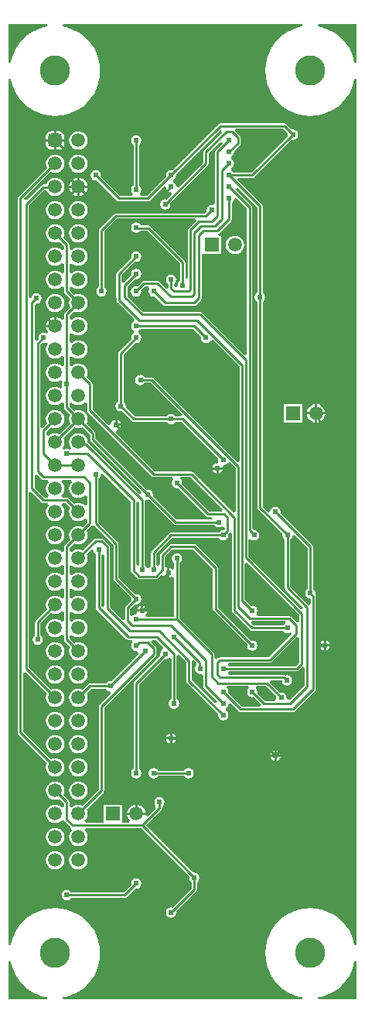
<source format=gbl>
G04*
G04 #@! TF.GenerationSoftware,Altium Limited,Altium Designer,26.1.1 (7)*
G04*
G04 Layer_Physical_Order=2*
G04 Layer_Color=16711680*
%FSLAX44Y44*%
%MOMM*%
G71*
G04*
G04 #@! TF.SameCoordinates,EB2907C1-7D21-4337-B9BB-DC35DB918FC6*
G04*
G04*
G04 #@! TF.FilePolarity,Positive*
G04*
G01*
G75*
%ADD10C,0.2540*%
%ADD44C,3.3020*%
%ADD45C,1.5000*%
%ADD46R,1.5000X1.5000*%
G04:AMPARAMS|DCode=47|XSize=1.5mm|YSize=1.5mm|CornerRadius=0.375mm|HoleSize=0mm|Usage=FLASHONLY|Rotation=270.000|XOffset=0mm|YOffset=0mm|HoleType=Round|Shape=RoundedRectangle|*
%AMROUNDEDRECTD47*
21,1,1.5000,0.7500,0,0,270.0*
21,1,0.7500,1.5000,0,0,270.0*
1,1,0.7500,-0.3750,-0.3750*
1,1,0.7500,-0.3750,0.3750*
1,1,0.7500,0.3750,0.3750*
1,1,0.7500,0.3750,-0.3750*
%
%ADD47ROUNDEDRECTD47*%
%ADD48C,0.6096*%
G36*
X42131Y1000760D02*
X38084Y999955D01*
X31999Y997889D01*
X26235Y995047D01*
X20892Y991477D01*
X16060Y987240D01*
X11823Y982408D01*
X8253Y977065D01*
X5411Y971301D01*
X3345Y965216D01*
X2540Y961169D01*
X0Y961420D01*
Y1003300D01*
X41880D01*
X42131Y1000760D01*
D02*
G37*
G36*
X381000Y961420D02*
X378460Y961169D01*
X377655Y965216D01*
X375589Y971301D01*
X372747Y977065D01*
X369177Y982408D01*
X364940Y987240D01*
X360108Y991477D01*
X354765Y995047D01*
X349001Y997889D01*
X342916Y999955D01*
X338869Y1000760D01*
X339119Y1003300D01*
X381000D01*
Y961420D01*
D02*
G37*
G36*
X321531Y1000760D02*
X317484Y999955D01*
X311399Y997889D01*
X305635Y995047D01*
X300292Y991477D01*
X295460Y987240D01*
X291223Y982408D01*
X287653Y977065D01*
X284811Y971301D01*
X282745Y965216D01*
X281491Y958913D01*
X281071Y952500D01*
X281491Y946087D01*
X282745Y939784D01*
X284811Y933699D01*
X287653Y927935D01*
X291223Y922592D01*
X295460Y917760D01*
X300292Y913523D01*
X305635Y909953D01*
X311399Y907111D01*
X317484Y905045D01*
X323787Y903791D01*
X330200Y903371D01*
X336613Y903791D01*
X342916Y905045D01*
X349001Y907111D01*
X354765Y909953D01*
X360108Y913523D01*
X364940Y917760D01*
X369177Y922592D01*
X372747Y927935D01*
X375589Y933699D01*
X377655Y939784D01*
X378460Y943831D01*
X381000Y943580D01*
Y-3780D01*
X378460Y-4031D01*
X377655Y16D01*
X375589Y6101D01*
X372747Y11865D01*
X369177Y17208D01*
X364940Y22040D01*
X360108Y26277D01*
X354765Y29847D01*
X349001Y32689D01*
X342916Y34755D01*
X336613Y36009D01*
X330200Y36429D01*
X323787Y36009D01*
X317484Y34755D01*
X311399Y32689D01*
X305635Y29847D01*
X300292Y26277D01*
X295460Y22040D01*
X291223Y17208D01*
X287653Y11865D01*
X284811Y6101D01*
X282745Y16D01*
X281491Y-6287D01*
X281071Y-12700D01*
X281491Y-19113D01*
X282745Y-25416D01*
X284811Y-31501D01*
X287653Y-37265D01*
X291223Y-42608D01*
X295460Y-47440D01*
X300292Y-51677D01*
X305635Y-55247D01*
X311399Y-58089D01*
X317484Y-60155D01*
X321531Y-60960D01*
X321281Y-63500D01*
X59720D01*
X59469Y-60960D01*
X63516Y-60155D01*
X69601Y-58089D01*
X75365Y-55247D01*
X80708Y-51677D01*
X85540Y-47440D01*
X89777Y-42608D01*
X93347Y-37265D01*
X96189Y-31501D01*
X98255Y-25416D01*
X99509Y-19113D01*
X99929Y-12700D01*
X99509Y-6287D01*
X98255Y16D01*
X96189Y6101D01*
X93347Y11865D01*
X89777Y17208D01*
X85540Y22040D01*
X80708Y26277D01*
X75365Y29847D01*
X69601Y32689D01*
X63516Y34755D01*
X57213Y36009D01*
X50800Y36429D01*
X44387Y36009D01*
X38084Y34755D01*
X31999Y32689D01*
X26235Y29847D01*
X20892Y26277D01*
X16060Y22040D01*
X11823Y17208D01*
X8253Y11865D01*
X5411Y6101D01*
X3345Y16D01*
X2540Y-4031D01*
X0Y-3780D01*
Y943580D01*
X2540Y943831D01*
X3345Y939784D01*
X5411Y933699D01*
X8253Y927935D01*
X11823Y922592D01*
X16060Y917760D01*
X20892Y913523D01*
X26235Y909953D01*
X31999Y907111D01*
X38084Y905045D01*
X44387Y903791D01*
X50800Y903371D01*
X57213Y903791D01*
X63516Y905045D01*
X69601Y907111D01*
X75365Y909953D01*
X80708Y913523D01*
X85540Y917760D01*
X89777Y922592D01*
X93347Y927935D01*
X96189Y933699D01*
X98255Y939784D01*
X99509Y946087D01*
X99929Y952500D01*
X99509Y958913D01*
X98255Y965216D01*
X96189Y971301D01*
X93347Y977065D01*
X89777Y982408D01*
X85540Y987240D01*
X80708Y991477D01*
X75365Y995047D01*
X69601Y997889D01*
X63516Y999955D01*
X59469Y1000760D01*
X59720Y1003300D01*
X321281D01*
X321531Y1000760D01*
D02*
G37*
G36*
X381000Y-21620D02*
Y-63500D01*
X339119D01*
X338869Y-60960D01*
X342916Y-60155D01*
X349001Y-58089D01*
X354765Y-55247D01*
X360108Y-51677D01*
X364940Y-47440D01*
X369177Y-42608D01*
X372747Y-37265D01*
X375589Y-31501D01*
X377655Y-25416D01*
X378460Y-21369D01*
X381000Y-21620D01*
D02*
G37*
G36*
X3345Y-25416D02*
X5411Y-31501D01*
X8253Y-37265D01*
X11823Y-42608D01*
X16060Y-47440D01*
X20892Y-51677D01*
X26235Y-55247D01*
X31999Y-58089D01*
X38084Y-60155D01*
X42131Y-60960D01*
X41880Y-63500D01*
X0D01*
Y-21620D01*
X2540Y-21369D01*
X3345Y-25416D01*
D02*
G37*
%LPC*%
G36*
X301625Y895024D02*
X301625Y895024D01*
X231775D01*
X231775Y895024D01*
X230685Y894807D01*
X229761Y894189D01*
X229761Y894189D01*
X179192Y843621D01*
X177800Y843897D01*
X175620Y843464D01*
X173771Y842229D01*
X172536Y840380D01*
X172103Y838200D01*
X172379Y836808D01*
X151220Y815649D01*
X144338D01*
X143568Y818189D01*
X143729Y818296D01*
X144964Y820145D01*
X145398Y822325D01*
X144964Y824505D01*
X143729Y826354D01*
X142549Y827142D01*
Y871483D01*
X143729Y872271D01*
X144964Y874120D01*
X145398Y876300D01*
X144964Y878480D01*
X143729Y880329D01*
X141880Y881564D01*
X139700Y881998D01*
X137520Y881564D01*
X135671Y880329D01*
X134436Y878480D01*
X134003Y876300D01*
X134436Y874120D01*
X135671Y872271D01*
X136851Y871483D01*
Y827142D01*
X135671Y826354D01*
X134436Y824505D01*
X134003Y822325D01*
X134436Y820145D01*
X135671Y818296D01*
X135832Y818189D01*
X135062Y815649D01*
X121830D01*
X100671Y836808D01*
X100948Y838200D01*
X100514Y840380D01*
X99279Y842229D01*
X97430Y843464D01*
X95250Y843897D01*
X93070Y843464D01*
X91221Y842229D01*
X89986Y840380D01*
X89552Y838200D01*
X89986Y836020D01*
X91221Y834171D01*
X93070Y832936D01*
X95250Y832503D01*
X96642Y832779D01*
X118636Y810786D01*
X118636Y810786D01*
X119560Y810168D01*
X120650Y809951D01*
X120650Y809951D01*
X152400D01*
X152400Y809951D01*
X153490Y810168D01*
X154414Y810786D01*
X169613Y825985D01*
X170717Y825770D01*
X172205Y824984D01*
X172536Y823320D01*
X173771Y821471D01*
X175620Y820236D01*
X177284Y819905D01*
X178070Y818417D01*
X178285Y817314D01*
X172842Y811871D01*
X171450Y812148D01*
X169270Y811714D01*
X167421Y810479D01*
X166186Y808630D01*
X165753Y806450D01*
X166186Y804270D01*
X167421Y802421D01*
X169270Y801186D01*
X171450Y800752D01*
X173630Y801186D01*
X175479Y802421D01*
X176714Y804270D01*
X177148Y806450D01*
X176871Y807842D01*
X217914Y848886D01*
X217914Y848886D01*
X218532Y849810D01*
X218749Y850900D01*
X218749Y850900D01*
Y862420D01*
X231775Y875446D01*
X234419Y874499D01*
X234513Y873541D01*
X226586Y865614D01*
X225968Y864690D01*
X225751Y863600D01*
X225751Y863600D01*
Y807303D01*
X223211Y805606D01*
X222250Y805798D01*
X220070Y805364D01*
X218221Y804129D01*
X216986Y802280D01*
X216553Y800100D01*
X216829Y798708D01*
X214720Y796599D01*
X117475D01*
X116385Y796382D01*
X115461Y795764D01*
X115461Y795764D01*
X99586Y779889D01*
X98968Y778965D01*
X98751Y777875D01*
X98751Y777875D01*
Y716017D01*
X97571Y715229D01*
X96336Y713380D01*
X95903Y711200D01*
X96336Y709020D01*
X97571Y707171D01*
X99420Y705936D01*
X101600Y705502D01*
X103780Y705936D01*
X105629Y707171D01*
X106864Y709020D01*
X107297Y711200D01*
X106864Y713380D01*
X105629Y715229D01*
X104449Y716017D01*
Y776695D01*
X118655Y790901D01*
X204160D01*
X205212Y788361D01*
X197122Y780270D01*
X196504Y779346D01*
X196287Y778256D01*
X196287Y778256D01*
Y725787D01*
X193747Y724425D01*
X193349Y724689D01*
Y742950D01*
X193349Y742950D01*
X193132Y744040D01*
X192514Y744964D01*
X154922Y782556D01*
X153998Y783174D01*
X152908Y783391D01*
X152908Y783391D01*
X144857D01*
X143729Y785079D01*
X141880Y786314D01*
X139700Y786748D01*
X137520Y786314D01*
X135671Y785079D01*
X134436Y783230D01*
X134003Y781050D01*
X134436Y778870D01*
X135671Y777021D01*
X137520Y775786D01*
X139700Y775352D01*
X141880Y775786D01*
X143729Y777021D01*
X144178Y777693D01*
X151728D01*
X187651Y741770D01*
Y722367D01*
X186471Y721579D01*
X185236Y719730D01*
X184802Y717550D01*
X183065Y715251D01*
X183063Y715251D01*
X180649Y717492D01*
Y719083D01*
X181829Y719871D01*
X183064Y721720D01*
X183498Y723900D01*
X183064Y726080D01*
X181829Y727929D01*
X179980Y729164D01*
X177800Y729597D01*
X175620Y729164D01*
X173771Y727929D01*
X172536Y726080D01*
X172103Y723900D01*
X172536Y721720D01*
X173771Y719871D01*
X174951Y719083D01*
Y715320D01*
X172487Y714191D01*
X164764Y721914D01*
X163840Y722532D01*
X162750Y722749D01*
X162750Y722749D01*
X148170D01*
X147080Y722532D01*
X146156Y721914D01*
X146156Y721914D01*
X140862Y716621D01*
X139470Y716898D01*
X137290Y716464D01*
X135441Y715229D01*
X134206Y713380D01*
X133772Y711200D01*
X134206Y709020D01*
X135441Y707171D01*
X137290Y705936D01*
X139470Y705502D01*
X141650Y705936D01*
X143499Y707171D01*
X144734Y709020D01*
X145167Y711200D01*
X144891Y712592D01*
X149350Y717051D01*
X153117D01*
X153315Y716826D01*
X154242Y714511D01*
X153486Y713380D01*
X153053Y711200D01*
X153486Y709020D01*
X154721Y707171D01*
X156570Y705936D01*
X158750Y705502D01*
X160142Y705779D01*
X169436Y696486D01*
X169436Y696486D01*
X170360Y695868D01*
X171450Y695651D01*
X171450Y695651D01*
X203200D01*
X203200Y695651D01*
X204290Y695868D01*
X205214Y696486D01*
X210294Y701566D01*
X210294Y701566D01*
X210912Y702490D01*
X211129Y703580D01*
X211129Y703580D01*
Y749868D01*
X212210Y751960D01*
X213669Y751960D01*
X232290D01*
Y772040D01*
X229799D01*
X229549Y774580D01*
X229690Y774608D01*
X230614Y775226D01*
X243314Y787926D01*
X243314Y787926D01*
X243932Y788850D01*
X244149Y789940D01*
X244149Y789940D01*
Y807983D01*
X245329Y808771D01*
X246564Y810620D01*
X246895Y812284D01*
X248383Y813070D01*
X249487Y813285D01*
X260676Y802095D01*
Y642021D01*
X258330Y641049D01*
X211564Y687814D01*
X210640Y688432D01*
X209550Y688649D01*
X209550Y688649D01*
X147230D01*
X129849Y706030D01*
Y716370D01*
X138308Y724829D01*
X139700Y724553D01*
X141880Y724986D01*
X143729Y726221D01*
X144964Y728070D01*
X145398Y730250D01*
X144964Y732430D01*
X143729Y734279D01*
X141880Y735514D01*
X139700Y735947D01*
X137520Y735514D01*
X135671Y734279D01*
X134436Y732430D01*
X134003Y730250D01*
X134279Y728858D01*
X126039Y720618D01*
X123499Y721670D01*
Y729070D01*
X138308Y743879D01*
X139700Y743603D01*
X141880Y744036D01*
X143729Y745271D01*
X144964Y747120D01*
X145398Y749300D01*
X144964Y751480D01*
X143729Y753329D01*
X141880Y754564D01*
X139700Y754997D01*
X137520Y754564D01*
X135671Y753329D01*
X134436Y751480D01*
X134003Y749300D01*
X134279Y747908D01*
X118636Y732264D01*
X118018Y731340D01*
X117801Y730250D01*
X117801Y730250D01*
Y705059D01*
X117801Y705059D01*
X118018Y703969D01*
X118309Y703533D01*
Y701167D01*
X118309Y701167D01*
X118526Y700077D01*
X119144Y699153D01*
X137536Y680760D01*
X136813Y677891D01*
X135671Y677129D01*
X134436Y675280D01*
X134003Y673100D01*
X134436Y670920D01*
X135671Y669071D01*
X137038Y668158D01*
X137266Y666980D01*
Y666520D01*
X137038Y665342D01*
X135671Y664429D01*
X134436Y662580D01*
X134003Y660400D01*
X134279Y659008D01*
X120688Y645416D01*
X120070Y644492D01*
X119853Y643402D01*
X119853Y643402D01*
Y590498D01*
X118673Y589710D01*
X117438Y587861D01*
X117004Y585681D01*
X117438Y583501D01*
X118673Y581652D01*
X120522Y580417D01*
X122702Y579983D01*
X124094Y580260D01*
X134868Y569486D01*
X134868Y569486D01*
X135793Y568868D01*
X136883Y568651D01*
X136883Y568651D01*
X172983D01*
X173771Y567471D01*
X175620Y566236D01*
X177800Y565802D01*
X179980Y566236D01*
X181829Y567471D01*
X182617Y568651D01*
X189320D01*
X229529Y528442D01*
X229252Y527050D01*
X229536Y525626D01*
X228971Y524174D01*
X227834Y523070D01*
X226420Y522789D01*
X224571Y521554D01*
X223336Y519705D01*
X223155Y518795D01*
X234045D01*
X234014Y518949D01*
X234579Y520401D01*
X235716Y521505D01*
X237130Y521786D01*
X238979Y523021D01*
X239511Y523818D01*
X242514Y524407D01*
X248484Y518437D01*
Y470063D01*
X246138Y469091D01*
X202039Y513189D01*
X201115Y513807D01*
X200025Y514024D01*
X200025Y514024D01*
X159930D01*
X116990Y556964D01*
X117205Y558067D01*
X117991Y559555D01*
X119655Y559886D01*
X121504Y561121D01*
X122739Y562970D01*
X122920Y563880D01*
X117475D01*
Y565150D01*
X116205D01*
Y570595D01*
X115295Y570414D01*
X113446Y569179D01*
X112211Y567330D01*
X111880Y565666D01*
X110392Y564880D01*
X109289Y564665D01*
X91749Y582205D01*
Y609600D01*
X91749Y609600D01*
X91532Y610690D01*
X90914Y611614D01*
X90914Y611614D01*
X85064Y617464D01*
X85982Y619679D01*
X86327Y622300D01*
X85982Y624921D01*
X84970Y627363D01*
X83361Y629461D01*
X81263Y631070D01*
X78821Y632082D01*
X76200Y632427D01*
X73579Y632082D01*
X71137Y631070D01*
X69039Y629461D01*
X68889Y629264D01*
X66349Y630126D01*
Y639874D01*
X68889Y640736D01*
X69039Y640539D01*
X71137Y638930D01*
X73579Y637918D01*
X76200Y637573D01*
X78821Y637918D01*
X81263Y638930D01*
X83361Y640539D01*
X84970Y642637D01*
X85982Y645079D01*
X86327Y647700D01*
X85982Y650321D01*
X84970Y652763D01*
X83361Y654861D01*
X81263Y656470D01*
X78821Y657482D01*
X76200Y657827D01*
X73579Y657482D01*
X71137Y656470D01*
X69039Y654861D01*
X68889Y654664D01*
X66349Y655527D01*
Y665274D01*
X68889Y666136D01*
X69039Y665939D01*
X71137Y664330D01*
X73579Y663318D01*
X76200Y662973D01*
X78821Y663318D01*
X81263Y664330D01*
X83361Y665939D01*
X84970Y668037D01*
X85982Y670479D01*
X86327Y673100D01*
X85982Y675721D01*
X84970Y678163D01*
X83361Y680261D01*
X81263Y681870D01*
X78821Y682882D01*
X76200Y683227D01*
X73579Y682882D01*
X71137Y681870D01*
X69039Y680261D01*
X68889Y680064D01*
X66349Y680927D01*
Y684620D01*
X71364Y689636D01*
X73579Y688718D01*
X76200Y688373D01*
X78821Y688718D01*
X81263Y689730D01*
X83361Y691339D01*
X84970Y693437D01*
X85982Y695879D01*
X86327Y698500D01*
X85982Y701121D01*
X84970Y703563D01*
X83361Y705661D01*
X81263Y707270D01*
X78821Y708282D01*
X76200Y708627D01*
X73579Y708282D01*
X71364Y707364D01*
X66349Y712380D01*
Y716074D01*
X68889Y716936D01*
X69039Y716739D01*
X71137Y715130D01*
X73579Y714118D01*
X76200Y713773D01*
X78821Y714118D01*
X81263Y715130D01*
X83361Y716739D01*
X84970Y718837D01*
X85982Y721279D01*
X86327Y723900D01*
X85982Y726521D01*
X84970Y728963D01*
X83361Y731061D01*
X81263Y732670D01*
X78821Y733682D01*
X76200Y734027D01*
X73579Y733682D01*
X71137Y732670D01*
X69039Y731061D01*
X68889Y730864D01*
X66349Y731727D01*
Y741473D01*
X68889Y742336D01*
X69039Y742139D01*
X71137Y740530D01*
X73579Y739518D01*
X76200Y739173D01*
X78821Y739518D01*
X81263Y740530D01*
X83361Y742139D01*
X84970Y744237D01*
X85982Y746679D01*
X86327Y749300D01*
X85982Y751921D01*
X84970Y754363D01*
X83361Y756461D01*
X81263Y758070D01*
X78821Y759082D01*
X76200Y759427D01*
X73579Y759082D01*
X71137Y758070D01*
X69039Y756461D01*
X68889Y756264D01*
X66349Y757126D01*
Y762000D01*
X66349Y762000D01*
X66132Y763090D01*
X65514Y764014D01*
X65514Y764014D01*
X59664Y769865D01*
X60582Y772079D01*
X60927Y774700D01*
X60582Y777321D01*
X59570Y779763D01*
X57961Y781861D01*
X55863Y783470D01*
X53421Y784482D01*
X50800Y784827D01*
X48179Y784482D01*
X45737Y783470D01*
X43639Y781861D01*
X42030Y779763D01*
X41018Y777321D01*
X40673Y774700D01*
X41018Y772079D01*
X42030Y769637D01*
X43639Y767539D01*
X45737Y765930D01*
X48179Y764918D01*
X50800Y764573D01*
X53421Y764918D01*
X55635Y765836D01*
X60651Y760820D01*
Y757126D01*
X58111Y756264D01*
X57961Y756461D01*
X55863Y758070D01*
X53421Y759082D01*
X50800Y759427D01*
X48179Y759082D01*
X45737Y758070D01*
X43639Y756461D01*
X42030Y754363D01*
X41018Y751921D01*
X40673Y749300D01*
X41018Y746679D01*
X42030Y744237D01*
X43639Y742139D01*
X45737Y740530D01*
X48179Y739518D01*
X50800Y739173D01*
X53421Y739518D01*
X55863Y740530D01*
X57961Y742139D01*
X58111Y742336D01*
X60651Y741473D01*
Y731727D01*
X58111Y730864D01*
X57961Y731061D01*
X55863Y732670D01*
X53421Y733682D01*
X50800Y734027D01*
X48179Y733682D01*
X45737Y732670D01*
X43639Y731061D01*
X42030Y728963D01*
X41018Y726521D01*
X40673Y723900D01*
X41018Y721279D01*
X42030Y718837D01*
X43639Y716739D01*
X45737Y715130D01*
X48179Y714118D01*
X50800Y713773D01*
X53421Y714118D01*
X55863Y715130D01*
X57961Y716739D01*
X58111Y716936D01*
X60651Y716074D01*
Y711200D01*
X60651Y711200D01*
X60868Y710110D01*
X61486Y709186D01*
X67336Y703335D01*
X66418Y701121D01*
X66073Y698500D01*
X66418Y695879D01*
X67336Y693664D01*
X61486Y687814D01*
X60868Y686890D01*
X60651Y685800D01*
X60651Y685800D01*
Y680927D01*
X58111Y680064D01*
X57961Y680261D01*
X55863Y681870D01*
X53421Y682882D01*
X52070Y683059D01*
Y673100D01*
X50800D01*
Y671830D01*
X40841D01*
X41018Y670479D01*
X42030Y668037D01*
X42797Y667037D01*
X41038Y665158D01*
X40280Y665664D01*
X38100Y666097D01*
X35920Y665664D01*
X34071Y664429D01*
X32836Y662580D01*
X32403Y660400D01*
X32679Y659008D01*
X30789Y657117D01*
X28249Y658170D01*
Y695898D01*
X30480Y697883D01*
X32660Y698316D01*
X34509Y699551D01*
X35744Y701400D01*
X36177Y703580D01*
X35744Y705760D01*
X34509Y707609D01*
X32660Y708844D01*
X30480Y709277D01*
X28300Y708844D01*
X26451Y707609D01*
X25216Y705760D01*
X24892Y704129D01*
X24439Y703763D01*
X21899Y704976D01*
X21899Y704977D01*
Y805270D01*
X38889Y822261D01*
X41379Y822008D01*
X42030Y820437D01*
X43639Y818339D01*
X45737Y816730D01*
X48179Y815718D01*
X50800Y815373D01*
X53421Y815718D01*
X55863Y816730D01*
X57961Y818339D01*
X59570Y820437D01*
X60582Y822879D01*
X60927Y825500D01*
X60582Y828121D01*
X59570Y830563D01*
X57961Y832661D01*
X55863Y834270D01*
X53421Y835282D01*
X50800Y835627D01*
X48179Y835282D01*
X45737Y834270D01*
X43639Y832661D01*
X42030Y830563D01*
X41018Y828121D01*
X41009Y828052D01*
X37803D01*
X37803Y828052D01*
X36713Y827835D01*
X35789Y827217D01*
X35789Y827217D01*
X19680Y811109D01*
X16924Y811945D01*
X16750Y812821D01*
X45964Y842036D01*
X48179Y841118D01*
X50800Y840773D01*
X53421Y841118D01*
X55863Y842130D01*
X57961Y843739D01*
X59570Y845837D01*
X60582Y848279D01*
X60927Y850900D01*
X60582Y853521D01*
X59570Y855963D01*
X57961Y858061D01*
X55863Y859670D01*
X53421Y860682D01*
X50800Y861027D01*
X48179Y860682D01*
X45737Y859670D01*
X43639Y858061D01*
X42030Y855963D01*
X41018Y853521D01*
X40673Y850900D01*
X41018Y848279D01*
X41936Y846065D01*
X10686Y814814D01*
X10068Y813890D01*
X9851Y812800D01*
X9851Y812800D01*
Y228600D01*
X9851Y228600D01*
X10068Y227510D01*
X10686Y226586D01*
X41936Y195336D01*
X41018Y193121D01*
X40673Y190500D01*
X41018Y187879D01*
X42030Y185437D01*
X43639Y183339D01*
X45737Y181730D01*
X48179Y180718D01*
X50800Y180373D01*
X53421Y180718D01*
X55863Y181730D01*
X57961Y183339D01*
X59570Y185437D01*
X60582Y187879D01*
X60927Y190500D01*
X60582Y193121D01*
X59570Y195563D01*
X57961Y197661D01*
X55863Y199270D01*
X53421Y200282D01*
X50800Y200627D01*
X48179Y200282D01*
X45964Y199364D01*
X15549Y229780D01*
Y294330D01*
X18089Y295382D01*
X41936Y271535D01*
X41018Y269321D01*
X40673Y266700D01*
X41018Y264079D01*
X42030Y261637D01*
X43639Y259539D01*
X45737Y257930D01*
X48179Y256918D01*
X50800Y256573D01*
X53421Y256918D01*
X55863Y257930D01*
X57961Y259539D01*
X59570Y261637D01*
X60582Y264079D01*
X60927Y266700D01*
X60582Y269321D01*
X59570Y271763D01*
X57961Y273861D01*
X55863Y275470D01*
X53421Y276482D01*
X50800Y276827D01*
X48179Y276482D01*
X45964Y275564D01*
X21899Y299630D01*
Y491180D01*
X24439Y492233D01*
X36086Y480586D01*
X36086Y480586D01*
X37010Y479968D01*
X38100Y479751D01*
X42973D01*
X43836Y477211D01*
X43639Y477061D01*
X42030Y474963D01*
X41018Y472521D01*
X40673Y469900D01*
X41018Y467279D01*
X42030Y464837D01*
X43639Y462739D01*
X45737Y461130D01*
X48179Y460118D01*
X50800Y459773D01*
X53421Y460118D01*
X55863Y461130D01*
X57961Y462739D01*
X59570Y464837D01*
X60582Y467279D01*
X60927Y469900D01*
X60582Y472521D01*
X59570Y474963D01*
X57961Y477061D01*
X57764Y477211D01*
X58626Y479751D01*
X62320D01*
X67336Y474735D01*
X66418Y472521D01*
X66073Y469900D01*
X66418Y467279D01*
X67430Y464837D01*
X69039Y462739D01*
X71137Y461130D01*
X73579Y460118D01*
X76200Y459773D01*
X78821Y460118D01*
X81263Y461130D01*
X83361Y462739D01*
X83511Y462936D01*
X86051Y462074D01*
Y458380D01*
X81035Y453364D01*
X78821Y454282D01*
X76200Y454627D01*
X73579Y454282D01*
X71137Y453270D01*
X69039Y451661D01*
X67430Y449563D01*
X66418Y447121D01*
X66073Y444500D01*
X66418Y441879D01*
X67336Y439664D01*
X61486Y433814D01*
X60868Y432890D01*
X60651Y431800D01*
X60651Y431800D01*
Y426926D01*
X58111Y426064D01*
X57961Y426261D01*
X55863Y427870D01*
X53421Y428882D01*
X50800Y429227D01*
X48179Y428882D01*
X45737Y427870D01*
X43639Y426261D01*
X42030Y424163D01*
X41018Y421721D01*
X40673Y419100D01*
X41018Y416479D01*
X42030Y414037D01*
X43639Y411939D01*
X45737Y410330D01*
X48179Y409318D01*
X50800Y408973D01*
X53421Y409318D01*
X55863Y410330D01*
X57961Y411939D01*
X58111Y412136D01*
X60651Y411273D01*
Y401526D01*
X58111Y400664D01*
X57961Y400861D01*
X55863Y402470D01*
X53421Y403482D01*
X50800Y403827D01*
X48179Y403482D01*
X45737Y402470D01*
X43639Y400861D01*
X42030Y398763D01*
X41018Y396321D01*
X40673Y393700D01*
X41018Y391079D01*
X42030Y388637D01*
X43639Y386539D01*
X45737Y384930D01*
X48179Y383918D01*
X50800Y383573D01*
X53421Y383918D01*
X55863Y384930D01*
X57961Y386539D01*
X58111Y386736D01*
X60651Y385873D01*
Y376127D01*
X58111Y375264D01*
X57961Y375461D01*
X55863Y377070D01*
X53421Y378082D01*
X50800Y378427D01*
X48179Y378082D01*
X45737Y377070D01*
X43639Y375461D01*
X42030Y373363D01*
X41018Y370921D01*
X40673Y368300D01*
X41018Y365679D01*
X41936Y363465D01*
X29736Y351264D01*
X29118Y350340D01*
X28901Y349250D01*
X28901Y349250D01*
Y335017D01*
X27721Y334229D01*
X26486Y332380D01*
X26052Y330200D01*
X26486Y328020D01*
X27721Y326171D01*
X29570Y324936D01*
X31750Y324502D01*
X33930Y324936D01*
X35779Y326171D01*
X37014Y328020D01*
X37448Y330200D01*
X37014Y332380D01*
X35779Y334229D01*
X34599Y335017D01*
Y348070D01*
X45964Y359436D01*
X48179Y358518D01*
X50800Y358173D01*
X53421Y358518D01*
X55863Y359530D01*
X57961Y361139D01*
X58111Y361336D01*
X60651Y360474D01*
Y350727D01*
X58111Y349864D01*
X57961Y350061D01*
X55863Y351670D01*
X53421Y352682D01*
X50800Y353027D01*
X48179Y352682D01*
X45737Y351670D01*
X43639Y350061D01*
X42030Y347963D01*
X41018Y345521D01*
X40673Y342900D01*
X41018Y340279D01*
X42030Y337837D01*
X43639Y335739D01*
X45737Y334130D01*
X48179Y333118D01*
X50800Y332773D01*
X53421Y333118D01*
X55863Y334130D01*
X57961Y335739D01*
X58111Y335936D01*
X60651Y335074D01*
Y330200D01*
X60651Y330200D01*
X60868Y329110D01*
X61486Y328186D01*
X67336Y322336D01*
X66418Y320121D01*
X66073Y317500D01*
X66418Y314879D01*
X67430Y312437D01*
X69039Y310339D01*
X71137Y308730D01*
X73579Y307718D01*
X76200Y307373D01*
X78821Y307718D01*
X81263Y308730D01*
X83361Y310339D01*
X84970Y312437D01*
X85982Y314879D01*
X86327Y317500D01*
X85982Y320121D01*
X84970Y322563D01*
X83361Y324661D01*
X81263Y326270D01*
X78821Y327282D01*
X76200Y327627D01*
X73579Y327282D01*
X71364Y326364D01*
X66349Y331380D01*
Y335074D01*
X68889Y335936D01*
X69039Y335739D01*
X71137Y334130D01*
X73579Y333118D01*
X76200Y332773D01*
X78821Y333118D01*
X81263Y334130D01*
X83361Y335739D01*
X84970Y337837D01*
X85982Y340279D01*
X86327Y342900D01*
X85982Y345521D01*
X84970Y347963D01*
X83361Y350061D01*
X81263Y351670D01*
X78821Y352682D01*
X76200Y353027D01*
X73579Y352682D01*
X71137Y351670D01*
X69039Y350061D01*
X68889Y349864D01*
X66349Y350727D01*
Y360474D01*
X68889Y361336D01*
X69039Y361139D01*
X71137Y359530D01*
X73579Y358518D01*
X76200Y358173D01*
X78821Y358518D01*
X81263Y359530D01*
X83361Y361139D01*
X84970Y363237D01*
X85982Y365679D01*
X86327Y368300D01*
X85982Y370921D01*
X84970Y373363D01*
X83361Y375461D01*
X81263Y377070D01*
X78821Y378082D01*
X76200Y378427D01*
X73579Y378082D01*
X71137Y377070D01*
X69039Y375461D01*
X68889Y375264D01*
X66349Y376127D01*
Y385873D01*
X68889Y386736D01*
X69039Y386539D01*
X71137Y384930D01*
X73579Y383918D01*
X76200Y383573D01*
X78821Y383918D01*
X81263Y384930D01*
X83361Y386539D01*
X84970Y388637D01*
X85982Y391079D01*
X86327Y393700D01*
X85982Y396321D01*
X84970Y398763D01*
X83361Y400861D01*
X81263Y402470D01*
X78821Y403482D01*
X76200Y403827D01*
X73579Y403482D01*
X71137Y402470D01*
X69039Y400861D01*
X68889Y400664D01*
X66349Y401526D01*
Y411273D01*
X68889Y412136D01*
X69039Y411939D01*
X71137Y410330D01*
X73579Y409318D01*
X76200Y408973D01*
X78821Y409318D01*
X81263Y410330D01*
X83361Y411939D01*
X84970Y414037D01*
X85982Y416479D01*
X86327Y419100D01*
X85982Y421721D01*
X85064Y423936D01*
X90239Y429110D01*
X91342Y428895D01*
X92830Y428109D01*
X93161Y426445D01*
X94396Y424596D01*
X95576Y423808D01*
Y365125D01*
X95576Y365125D01*
X95793Y364035D01*
X96411Y363111D01*
X128669Y330853D01*
X128669Y330853D01*
X129593Y330235D01*
X130683Y330018D01*
X134900D01*
X135671Y327479D01*
X134436Y325630D01*
X134003Y323450D01*
X134436Y321270D01*
X135671Y319422D01*
X137520Y318186D01*
X139700Y317753D01*
X142112Y315912D01*
X142299Y314750D01*
X142175Y314479D01*
X112517Y284821D01*
X111125Y285098D01*
X108945Y284664D01*
X107096Y283429D01*
X106308Y282249D01*
X88900D01*
X88900Y282249D01*
X87810Y282032D01*
X86886Y281414D01*
X86886Y281414D01*
X81035Y275564D01*
X78821Y276482D01*
X76200Y276827D01*
X73579Y276482D01*
X71137Y275470D01*
X69039Y273861D01*
X67430Y271763D01*
X66418Y269321D01*
X66073Y266700D01*
X66418Y264079D01*
X67430Y261637D01*
X69039Y259539D01*
X71137Y257930D01*
X73579Y256918D01*
X76200Y256573D01*
X78821Y256918D01*
X81263Y257930D01*
X83361Y259539D01*
X84970Y261637D01*
X85982Y264079D01*
X86327Y266700D01*
X85982Y269321D01*
X85064Y271535D01*
X90080Y276551D01*
X106308D01*
X107096Y275371D01*
X108945Y274136D01*
X110609Y273805D01*
X111395Y272317D01*
X111610Y271213D01*
X99586Y259189D01*
X98968Y258265D01*
X98751Y257175D01*
X98751Y257175D01*
Y166280D01*
X81035Y148564D01*
X78821Y149482D01*
X76200Y149827D01*
X73579Y149482D01*
X71137Y148470D01*
X69039Y146861D01*
X68889Y146664D01*
X66349Y147527D01*
Y152400D01*
X66349Y152400D01*
X66132Y153490D01*
X65514Y154414D01*
X65514Y154414D01*
X59664Y160264D01*
X60582Y162479D01*
X60927Y165100D01*
X60582Y167721D01*
X59570Y170163D01*
X57961Y172261D01*
X55863Y173870D01*
X53421Y174882D01*
X50800Y175227D01*
X48179Y174882D01*
X45737Y173870D01*
X43639Y172261D01*
X42030Y170163D01*
X41018Y167721D01*
X40673Y165100D01*
X41018Y162479D01*
X42030Y160037D01*
X43639Y157939D01*
X45737Y156330D01*
X48179Y155318D01*
X50800Y154973D01*
X53421Y155318D01*
X55635Y156236D01*
X60651Y151220D01*
Y147527D01*
X58111Y146664D01*
X57961Y146861D01*
X55863Y148470D01*
X53421Y149482D01*
X50800Y149827D01*
X48179Y149482D01*
X45737Y148470D01*
X43639Y146861D01*
X42030Y144763D01*
X41018Y142321D01*
X40673Y139700D01*
X41018Y137079D01*
X42030Y134637D01*
X43639Y132539D01*
X45737Y130930D01*
X48179Y129918D01*
X50800Y129573D01*
X53421Y129918D01*
X55863Y130930D01*
X57961Y132539D01*
X58169Y132811D01*
X60868Y132260D01*
X61486Y131336D01*
X67836Y124986D01*
X67836Y124986D01*
X68760Y124368D01*
X69311Y121669D01*
X69039Y121461D01*
X67430Y119363D01*
X66418Y116921D01*
X66073Y114300D01*
X66418Y111679D01*
X67430Y109237D01*
X69039Y107139D01*
X71137Y105530D01*
X73579Y104518D01*
X76200Y104173D01*
X78821Y104518D01*
X81263Y105530D01*
X83361Y107139D01*
X84970Y109237D01*
X85982Y111679D01*
X86327Y114300D01*
X85982Y116921D01*
X84970Y119363D01*
X83361Y121461D01*
X83164Y121611D01*
X84026Y124151D01*
X144870D01*
X197779Y71242D01*
X197502Y69850D01*
X197936Y67670D01*
X199171Y65821D01*
X200351Y65033D01*
Y58330D01*
X179192Y37171D01*
X177800Y37448D01*
X175620Y37014D01*
X173771Y35779D01*
X172536Y33930D01*
X172103Y31750D01*
X172536Y29570D01*
X173771Y27721D01*
X175620Y26486D01*
X177800Y26052D01*
X179980Y26486D01*
X181829Y27721D01*
X183064Y29570D01*
X183498Y31750D01*
X183221Y33142D01*
X205214Y55136D01*
X205214Y55136D01*
X205832Y56060D01*
X206049Y57150D01*
X206049Y57150D01*
Y65033D01*
X207229Y65821D01*
X208464Y67670D01*
X208897Y69850D01*
X208464Y72030D01*
X207229Y73879D01*
X205380Y75114D01*
X203200Y75547D01*
X201808Y75271D01*
X150079Y127000D01*
X167114Y144036D01*
X167114Y144036D01*
X167732Y144960D01*
X167949Y146050D01*
Y147583D01*
X169129Y148371D01*
X170364Y150220D01*
X170798Y152400D01*
X170364Y154580D01*
X169129Y156429D01*
X167280Y157664D01*
X165100Y158097D01*
X162920Y157664D01*
X161071Y156429D01*
X159836Y154580D01*
X159403Y152400D01*
X159836Y150220D01*
X161071Y148371D01*
X160632Y145610D01*
X152035Y137014D01*
X149629Y138200D01*
X149659Y138430D01*
X129741D01*
X129918Y137079D01*
X130930Y134637D01*
X132539Y132539D01*
X132736Y132389D01*
X131874Y129849D01*
X124340D01*
Y149740D01*
X104260D01*
Y129849D01*
X84026D01*
X83164Y132389D01*
X83361Y132539D01*
X84970Y134637D01*
X85982Y137079D01*
X86327Y139700D01*
X85982Y142321D01*
X85064Y144536D01*
X103614Y163086D01*
X103614Y163086D01*
X104232Y164010D01*
X104449Y165100D01*
X104449Y165100D01*
Y255995D01*
X160764Y312311D01*
X160764Y312311D01*
X161382Y313235D01*
X161599Y314325D01*
X161599Y314325D01*
Y320675D01*
X161599Y320675D01*
X161382Y321765D01*
X160764Y322689D01*
X155976Y327478D01*
X157028Y330018D01*
X161253D01*
X169286Y321985D01*
X168563Y319116D01*
X167421Y318354D01*
X166186Y316505D01*
X165753Y314325D01*
X166029Y312933D01*
X137686Y284589D01*
X137068Y283665D01*
X136851Y282575D01*
X136851Y282575D01*
Y188967D01*
X135671Y188179D01*
X134436Y186330D01*
X134003Y184150D01*
X134436Y181970D01*
X135671Y180121D01*
X137520Y178886D01*
X139700Y178452D01*
X141880Y178886D01*
X143729Y180121D01*
X144964Y181970D01*
X145398Y184150D01*
X144964Y186330D01*
X143729Y188179D01*
X142549Y188967D01*
Y281395D01*
X170058Y308904D01*
X171450Y308627D01*
X173630Y309061D01*
X175479Y310296D01*
X175586Y310457D01*
X178126Y309687D01*
Y265167D01*
X176946Y264379D01*
X175711Y262530D01*
X175278Y260350D01*
X175711Y258170D01*
X176946Y256321D01*
X178795Y255086D01*
X180975Y254653D01*
X183155Y255086D01*
X185004Y256321D01*
X186239Y258170D01*
X186672Y260350D01*
X186239Y262530D01*
X185004Y264379D01*
X183824Y265167D01*
Y312951D01*
X186364Y314004D01*
X194485Y305882D01*
Y285266D01*
X194485Y285266D01*
X194702Y284176D01*
X195320Y283252D01*
X229529Y249042D01*
X229252Y247650D01*
X229686Y245470D01*
X230921Y243621D01*
X232770Y242386D01*
X234950Y241952D01*
X237130Y242386D01*
X238979Y243621D01*
X240214Y245470D01*
X240648Y247650D01*
X240214Y249830D01*
X238979Y251679D01*
X237612Y252592D01*
X237384Y253770D01*
Y254230D01*
X237612Y255408D01*
X238979Y256321D01*
X240214Y258170D01*
X240545Y259834D01*
X242033Y260620D01*
X243137Y260835D01*
X251986Y251986D01*
X251986Y251986D01*
X252910Y251368D01*
X254000Y251151D01*
X311150D01*
X311150Y251151D01*
X312240Y251368D01*
X313164Y251986D01*
X335389Y274211D01*
X335389Y274211D01*
X336007Y275135D01*
X336224Y276225D01*
X336224Y276225D01*
Y377734D01*
X336224Y377734D01*
X336007Y378824D01*
X335589Y379450D01*
X335897Y381000D01*
X335464Y383180D01*
X334229Y385029D01*
X333049Y385817D01*
Y431800D01*
X332832Y432890D01*
X332214Y433814D01*
X332214Y433814D01*
X297521Y468508D01*
X297798Y469900D01*
X297364Y472080D01*
X296129Y473929D01*
X294280Y475164D01*
X292100Y475597D01*
X289920Y475164D01*
X288071Y473929D01*
X286836Y472080D01*
X286572Y470749D01*
X284273Y469767D01*
X283980Y469749D01*
X277949Y475780D01*
Y700033D01*
X279129Y700821D01*
X280364Y702670D01*
X280798Y704850D01*
X280364Y707030D01*
X279129Y708879D01*
X277949Y709667D01*
Y804400D01*
X277949Y804400D01*
X277732Y805490D01*
X277114Y806414D01*
X277114Y806414D01*
X250524Y833005D01*
X251496Y835351D01*
X266700D01*
X266700Y835351D01*
X267790Y835568D01*
X268714Y836186D01*
X309758Y877229D01*
X311150Y876953D01*
X313330Y877386D01*
X315179Y878621D01*
X316414Y880470D01*
X316847Y882650D01*
X316414Y884830D01*
X315179Y886679D01*
X313330Y887914D01*
X311150Y888347D01*
X309758Y888071D01*
X303639Y894189D01*
X302715Y894807D01*
X301625Y895024D01*
D02*
G37*
G36*
X54550Y886463D02*
X52070D01*
Y877570D01*
X60963D01*
Y880050D01*
X60475Y882504D01*
X59085Y884585D01*
X57004Y885975D01*
X54550Y886463D01*
D02*
G37*
G36*
X49530D02*
X47050D01*
X44596Y885975D01*
X42515Y884585D01*
X41125Y882504D01*
X40637Y880050D01*
Y877570D01*
X49530D01*
Y886463D01*
D02*
G37*
G36*
X76200Y886427D02*
X73579Y886082D01*
X71137Y885070D01*
X69039Y883461D01*
X67430Y881363D01*
X66418Y878921D01*
X66073Y876300D01*
X66418Y873679D01*
X67430Y871237D01*
X69039Y869139D01*
X71137Y867530D01*
X73579Y866518D01*
X76200Y866173D01*
X78821Y866518D01*
X81263Y867530D01*
X83361Y869139D01*
X84970Y871237D01*
X85982Y873679D01*
X86327Y876300D01*
X85982Y878921D01*
X84970Y881363D01*
X83361Y883461D01*
X81263Y885070D01*
X78821Y886082D01*
X76200Y886427D01*
D02*
G37*
G36*
X60963Y875030D02*
X52070D01*
Y866137D01*
X54550D01*
X57004Y866625D01*
X59085Y868015D01*
X60475Y870096D01*
X60963Y872550D01*
Y875030D01*
D02*
G37*
G36*
X49530D02*
X40637D01*
Y872550D01*
X41125Y870096D01*
X42515Y868015D01*
X44596Y866625D01*
X47050Y866137D01*
X49530D01*
Y875030D01*
D02*
G37*
G36*
X76200Y861027D02*
X73579Y860682D01*
X71137Y859670D01*
X69039Y858061D01*
X67430Y855963D01*
X66418Y853521D01*
X66073Y850900D01*
X66418Y848279D01*
X67430Y845837D01*
X69039Y843739D01*
X71137Y842130D01*
X73579Y841118D01*
X76200Y840773D01*
X78821Y841118D01*
X81263Y842130D01*
X83361Y843739D01*
X84970Y845837D01*
X85982Y848279D01*
X86327Y850900D01*
X85982Y853521D01*
X84970Y855963D01*
X83361Y858061D01*
X81263Y859670D01*
X78821Y860682D01*
X76200Y861027D01*
D02*
G37*
G36*
X77470Y835459D02*
Y826770D01*
X86159D01*
X85982Y828121D01*
X84970Y830563D01*
X83361Y832661D01*
X81263Y834270D01*
X78821Y835282D01*
X77470Y835459D01*
D02*
G37*
G36*
X74930D02*
X73579Y835282D01*
X71137Y834270D01*
X69039Y832661D01*
X67430Y830563D01*
X66418Y828121D01*
X66241Y826770D01*
X74930D01*
Y835459D01*
D02*
G37*
G36*
X86159Y824230D02*
X77470D01*
Y815541D01*
X78821Y815718D01*
X81263Y816730D01*
X83361Y818339D01*
X84970Y820437D01*
X85982Y822879D01*
X86159Y824230D01*
D02*
G37*
G36*
X74930D02*
X66241D01*
X66418Y822879D01*
X67430Y820437D01*
X69039Y818339D01*
X71137Y816730D01*
X73579Y815718D01*
X74930Y815541D01*
Y824230D01*
D02*
G37*
G36*
X76200Y810227D02*
X73579Y809882D01*
X71137Y808870D01*
X69039Y807261D01*
X67430Y805163D01*
X66418Y802721D01*
X66073Y800100D01*
X66418Y797479D01*
X67430Y795037D01*
X69039Y792939D01*
X71137Y791330D01*
X73579Y790318D01*
X76200Y789973D01*
X78821Y790318D01*
X81263Y791330D01*
X83361Y792939D01*
X84970Y795037D01*
X85982Y797479D01*
X86327Y800100D01*
X85982Y802721D01*
X84970Y805163D01*
X83361Y807261D01*
X81263Y808870D01*
X78821Y809882D01*
X76200Y810227D01*
D02*
G37*
G36*
X50800D02*
X48179Y809882D01*
X45737Y808870D01*
X43639Y807261D01*
X42030Y805163D01*
X41018Y802721D01*
X40673Y800100D01*
X41018Y797479D01*
X42030Y795037D01*
X43639Y792939D01*
X45737Y791330D01*
X48179Y790318D01*
X50800Y789973D01*
X53421Y790318D01*
X55863Y791330D01*
X57961Y792939D01*
X59570Y795037D01*
X60582Y797479D01*
X60927Y800100D01*
X60582Y802721D01*
X59570Y805163D01*
X57961Y807261D01*
X55863Y808870D01*
X53421Y809882D01*
X50800Y810227D01*
D02*
G37*
G36*
X76200Y784827D02*
X73579Y784482D01*
X71137Y783470D01*
X69039Y781861D01*
X67430Y779763D01*
X66418Y777321D01*
X66073Y774700D01*
X66418Y772079D01*
X67430Y769637D01*
X69039Y767539D01*
X71137Y765930D01*
X73579Y764918D01*
X76200Y764573D01*
X78821Y764918D01*
X81263Y765930D01*
X83361Y767539D01*
X84970Y769637D01*
X85982Y772079D01*
X86327Y774700D01*
X85982Y777321D01*
X84970Y779763D01*
X83361Y781861D01*
X81263Y783470D01*
X78821Y784482D01*
X76200Y784827D01*
D02*
G37*
G36*
X247650Y772127D02*
X245029Y771782D01*
X242587Y770770D01*
X240489Y769161D01*
X238880Y767063D01*
X237868Y764621D01*
X237523Y762000D01*
X237868Y759379D01*
X238880Y756937D01*
X240489Y754839D01*
X242587Y753230D01*
X245029Y752218D01*
X247650Y751873D01*
X250271Y752218D01*
X252713Y753230D01*
X254811Y754839D01*
X256420Y756937D01*
X257432Y759379D01*
X257777Y762000D01*
X257432Y764621D01*
X256420Y767063D01*
X254811Y769161D01*
X252713Y770770D01*
X250271Y771782D01*
X247650Y772127D01*
D02*
G37*
G36*
X50800Y708627D02*
X48179Y708282D01*
X45737Y707270D01*
X43639Y705661D01*
X42030Y703563D01*
X41018Y701121D01*
X40673Y698500D01*
X41018Y695879D01*
X42030Y693437D01*
X43639Y691339D01*
X45737Y689730D01*
X48179Y688718D01*
X50800Y688373D01*
X53421Y688718D01*
X55863Y689730D01*
X57961Y691339D01*
X59570Y693437D01*
X60582Y695879D01*
X60927Y698500D01*
X60582Y701121D01*
X59570Y703563D01*
X57961Y705661D01*
X55863Y707270D01*
X53421Y708282D01*
X50800Y708627D01*
D02*
G37*
G36*
X49530Y683059D02*
X48179Y682882D01*
X45737Y681870D01*
X43639Y680261D01*
X42030Y678163D01*
X41018Y675721D01*
X40841Y674370D01*
X49530D01*
Y683059D01*
D02*
G37*
G36*
X337820Y587809D02*
Y579120D01*
X346509D01*
X346332Y580471D01*
X345320Y582913D01*
X343711Y585011D01*
X341613Y586620D01*
X339171Y587632D01*
X337820Y587809D01*
D02*
G37*
G36*
X335280D02*
X333929Y587632D01*
X331487Y586620D01*
X329389Y585011D01*
X327780Y582913D01*
X326768Y580471D01*
X326591Y579120D01*
X335280D01*
Y587809D01*
D02*
G37*
G36*
X346509Y576580D02*
X337820D01*
Y567891D01*
X339171Y568068D01*
X341613Y569080D01*
X343711Y570689D01*
X345320Y572787D01*
X346332Y575229D01*
X346509Y576580D01*
D02*
G37*
G36*
X335280D02*
X326591D01*
X326768Y575229D01*
X327780Y572787D01*
X329389Y570689D01*
X331487Y569080D01*
X333929Y568068D01*
X335280Y567891D01*
Y576580D01*
D02*
G37*
G36*
X321190Y587890D02*
X301110D01*
Y567810D01*
X321190D01*
Y587890D01*
D02*
G37*
G36*
X118745Y570595D02*
Y566420D01*
X122920D01*
X122739Y567330D01*
X121504Y569179D01*
X119655Y570414D01*
X118745Y570595D01*
D02*
G37*
G36*
X234045Y516255D02*
X229870D01*
Y512080D01*
X230780Y512261D01*
X232629Y513496D01*
X233864Y515345D01*
X234045Y516255D01*
D02*
G37*
G36*
X227330D02*
X223155D01*
X223336Y515345D01*
X224571Y513496D01*
X226420Y512261D01*
X227330Y512080D01*
Y516255D01*
D02*
G37*
G36*
X50800Y454627D02*
X48179Y454282D01*
X45737Y453270D01*
X43639Y451661D01*
X42030Y449563D01*
X41018Y447121D01*
X40673Y444500D01*
X41018Y441879D01*
X42030Y439437D01*
X43639Y437339D01*
X45737Y435730D01*
X48179Y434718D01*
X50800Y434373D01*
X53421Y434718D01*
X55863Y435730D01*
X57961Y437339D01*
X59570Y439437D01*
X60582Y441879D01*
X60927Y444500D01*
X60582Y447121D01*
X59570Y449563D01*
X57961Y451661D01*
X55863Y453270D01*
X53421Y454282D01*
X50800Y454627D01*
D02*
G37*
G36*
X347345Y329295D02*
Y325120D01*
X351520D01*
X351339Y326030D01*
X350104Y327879D01*
X348255Y329114D01*
X347345Y329295D01*
D02*
G37*
G36*
X344805D02*
X343895Y329114D01*
X342046Y327879D01*
X340811Y326030D01*
X340630Y325120D01*
X344805D01*
Y329295D01*
D02*
G37*
G36*
X351520Y322580D02*
X347345D01*
Y318405D01*
X348255Y318586D01*
X350104Y319821D01*
X351339Y321670D01*
X351520Y322580D01*
D02*
G37*
G36*
X344805D02*
X340630D01*
X340811Y321670D01*
X342046Y319821D01*
X343895Y318586D01*
X344805Y318405D01*
Y322580D01*
D02*
G37*
G36*
X50800Y327627D02*
X48179Y327282D01*
X45737Y326270D01*
X43639Y324661D01*
X42030Y322563D01*
X41018Y320121D01*
X40673Y317500D01*
X41018Y314879D01*
X42030Y312437D01*
X43639Y310339D01*
X45737Y308730D01*
X48179Y307718D01*
X50800Y307373D01*
X53421Y307718D01*
X55863Y308730D01*
X57961Y310339D01*
X59570Y312437D01*
X60582Y314879D01*
X60927Y317500D01*
X60582Y320121D01*
X59570Y322563D01*
X57961Y324661D01*
X55863Y326270D01*
X53421Y327282D01*
X50800Y327627D01*
D02*
G37*
G36*
X76200Y302227D02*
X73579Y301882D01*
X71137Y300870D01*
X69039Y299261D01*
X67430Y297163D01*
X66418Y294721D01*
X66073Y292100D01*
X66418Y289479D01*
X67430Y287037D01*
X69039Y284939D01*
X71137Y283330D01*
X73579Y282318D01*
X76200Y281973D01*
X78821Y282318D01*
X81263Y283330D01*
X83361Y284939D01*
X84970Y287037D01*
X85982Y289479D01*
X86327Y292100D01*
X85982Y294721D01*
X84970Y297163D01*
X83361Y299261D01*
X81263Y300870D01*
X78821Y301882D01*
X76200Y302227D01*
D02*
G37*
G36*
X50800D02*
X48179Y301882D01*
X45737Y300870D01*
X43639Y299261D01*
X42030Y297163D01*
X41018Y294721D01*
X40673Y292100D01*
X41018Y289479D01*
X42030Y287037D01*
X43639Y284939D01*
X45737Y283330D01*
X48179Y282318D01*
X50800Y281973D01*
X53421Y282318D01*
X55863Y283330D01*
X57961Y284939D01*
X59570Y287037D01*
X60582Y289479D01*
X60927Y292100D01*
X60582Y294721D01*
X59570Y297163D01*
X57961Y299261D01*
X55863Y300870D01*
X53421Y301882D01*
X50800Y302227D01*
D02*
G37*
G36*
X76200Y251427D02*
X73579Y251082D01*
X71137Y250070D01*
X69039Y248461D01*
X67430Y246363D01*
X66418Y243921D01*
X66073Y241300D01*
X66418Y238679D01*
X67430Y236237D01*
X69039Y234139D01*
X71137Y232530D01*
X73579Y231518D01*
X76200Y231173D01*
X78821Y231518D01*
X81263Y232530D01*
X83361Y234139D01*
X84970Y236237D01*
X85982Y238679D01*
X86327Y241300D01*
X85982Y243921D01*
X84970Y246363D01*
X83361Y248461D01*
X81263Y250070D01*
X78821Y251082D01*
X76200Y251427D01*
D02*
G37*
G36*
X50800D02*
X48179Y251082D01*
X45737Y250070D01*
X43639Y248461D01*
X42030Y246363D01*
X41018Y243921D01*
X40673Y241300D01*
X41018Y238679D01*
X42030Y236237D01*
X43639Y234139D01*
X45737Y232530D01*
X48179Y231518D01*
X50800Y231173D01*
X53421Y231518D01*
X55863Y232530D01*
X57961Y234139D01*
X59570Y236237D01*
X60582Y238679D01*
X60927Y241300D01*
X60582Y243921D01*
X59570Y246363D01*
X57961Y248461D01*
X55863Y250070D01*
X53421Y251082D01*
X50800Y251427D01*
D02*
G37*
G36*
X179070Y227695D02*
Y223520D01*
X183245D01*
X183064Y224430D01*
X181829Y226279D01*
X179980Y227514D01*
X179070Y227695D01*
D02*
G37*
G36*
X176530D02*
X175620Y227514D01*
X173771Y226279D01*
X172536Y224430D01*
X172355Y223520D01*
X176530D01*
Y227695D01*
D02*
G37*
G36*
X183245Y220980D02*
X179070D01*
Y216805D01*
X179980Y216986D01*
X181829Y218221D01*
X183064Y220070D01*
X183245Y220980D01*
D02*
G37*
G36*
X176530D02*
X172355D01*
X172536Y220070D01*
X173771Y218221D01*
X175620Y216986D01*
X176530Y216805D01*
Y220980D01*
D02*
G37*
G36*
X76200Y226027D02*
X73579Y225682D01*
X71137Y224670D01*
X69039Y223061D01*
X67430Y220963D01*
X66418Y218521D01*
X66073Y215900D01*
X66418Y213279D01*
X67430Y210837D01*
X69039Y208739D01*
X71137Y207130D01*
X73579Y206118D01*
X76200Y205773D01*
X78821Y206118D01*
X81263Y207130D01*
X83361Y208739D01*
X84970Y210837D01*
X85982Y213279D01*
X86327Y215900D01*
X85982Y218521D01*
X84970Y220963D01*
X83361Y223061D01*
X81263Y224670D01*
X78821Y225682D01*
X76200Y226027D01*
D02*
G37*
G36*
X50800D02*
X48179Y225682D01*
X45737Y224670D01*
X43639Y223061D01*
X42030Y220963D01*
X41018Y218521D01*
X40673Y215900D01*
X41018Y213279D01*
X42030Y210837D01*
X43639Y208739D01*
X45737Y207130D01*
X48179Y206118D01*
X50800Y205773D01*
X53421Y206118D01*
X55863Y207130D01*
X57961Y208739D01*
X59570Y210837D01*
X60582Y213279D01*
X60927Y215900D01*
X60582Y218521D01*
X59570Y220963D01*
X57961Y223061D01*
X55863Y224670D01*
X53421Y225682D01*
X50800Y226027D01*
D02*
G37*
G36*
X293370Y208645D02*
Y204470D01*
X297545D01*
X297364Y205380D01*
X296129Y207229D01*
X294280Y208464D01*
X293370Y208645D01*
D02*
G37*
G36*
X290830D02*
X289920Y208464D01*
X288071Y207229D01*
X286836Y205380D01*
X286655Y204470D01*
X290830D01*
Y208645D01*
D02*
G37*
G36*
X297545Y201930D02*
X293370D01*
Y197755D01*
X294280Y197936D01*
X296129Y199171D01*
X297364Y201020D01*
X297545Y201930D01*
D02*
G37*
G36*
X290830D02*
X286655D01*
X286836Y201020D01*
X288071Y199171D01*
X289920Y197936D01*
X290830Y197755D01*
Y201930D01*
D02*
G37*
G36*
X196850Y189848D02*
X194670Y189414D01*
X192821Y188179D01*
X192033Y186999D01*
X163567D01*
X162779Y188179D01*
X160930Y189414D01*
X158750Y189848D01*
X156570Y189414D01*
X154721Y188179D01*
X153486Y186330D01*
X153053Y184150D01*
X153486Y181970D01*
X154721Y180121D01*
X156570Y178886D01*
X158750Y178452D01*
X160930Y178886D01*
X162779Y180121D01*
X163567Y181301D01*
X192033D01*
X192821Y180121D01*
X194670Y178886D01*
X196850Y178452D01*
X199030Y178886D01*
X200879Y180121D01*
X202114Y181970D01*
X202547Y184150D01*
X202114Y186330D01*
X200879Y188179D01*
X199030Y189414D01*
X196850Y189848D01*
D02*
G37*
G36*
X76200Y200627D02*
X73579Y200282D01*
X71137Y199270D01*
X69039Y197661D01*
X67430Y195563D01*
X66418Y193121D01*
X66073Y190500D01*
X66418Y187879D01*
X67430Y185437D01*
X69039Y183339D01*
X71137Y181730D01*
X73579Y180718D01*
X76200Y180373D01*
X78821Y180718D01*
X81263Y181730D01*
X83361Y183339D01*
X84970Y185437D01*
X85982Y187879D01*
X86327Y190500D01*
X85982Y193121D01*
X84970Y195563D01*
X83361Y197661D01*
X81263Y199270D01*
X78821Y200282D01*
X76200Y200627D01*
D02*
G37*
G36*
Y175227D02*
X73579Y174882D01*
X71137Y173870D01*
X69039Y172261D01*
X67430Y170163D01*
X66418Y167721D01*
X66073Y165100D01*
X66418Y162479D01*
X67430Y160037D01*
X69039Y157939D01*
X71137Y156330D01*
X73579Y155318D01*
X76200Y154973D01*
X78821Y155318D01*
X81263Y156330D01*
X83361Y157939D01*
X84970Y160037D01*
X85982Y162479D01*
X86327Y165100D01*
X85982Y167721D01*
X84970Y170163D01*
X83361Y172261D01*
X81263Y173870D01*
X78821Y174882D01*
X76200Y175227D01*
D02*
G37*
G36*
X140970Y149659D02*
Y140970D01*
X149659D01*
X149482Y142321D01*
X148470Y144763D01*
X146861Y146861D01*
X144763Y148470D01*
X142321Y149482D01*
X140970Y149659D01*
D02*
G37*
G36*
X138430D02*
X137079Y149482D01*
X134637Y148470D01*
X132539Y146861D01*
X130930Y144763D01*
X129918Y142321D01*
X129741Y140970D01*
X138430D01*
Y149659D01*
D02*
G37*
G36*
X50800Y124427D02*
X48179Y124082D01*
X45737Y123070D01*
X43639Y121461D01*
X42030Y119363D01*
X41018Y116921D01*
X40673Y114300D01*
X41018Y111679D01*
X42030Y109237D01*
X43639Y107139D01*
X45737Y105530D01*
X48179Y104518D01*
X50800Y104173D01*
X53421Y104518D01*
X55863Y105530D01*
X57961Y107139D01*
X59570Y109237D01*
X60582Y111679D01*
X60927Y114300D01*
X60582Y116921D01*
X59570Y119363D01*
X57961Y121461D01*
X55863Y123070D01*
X53421Y124082D01*
X50800Y124427D01*
D02*
G37*
G36*
X76200Y99027D02*
X73579Y98682D01*
X71137Y97670D01*
X69039Y96061D01*
X67430Y93963D01*
X66418Y91521D01*
X66073Y88900D01*
X66418Y86279D01*
X67430Y83837D01*
X69039Y81739D01*
X71137Y80130D01*
X73579Y79118D01*
X76200Y78773D01*
X78821Y79118D01*
X81263Y80130D01*
X83361Y81739D01*
X84970Y83837D01*
X85982Y86279D01*
X86327Y88900D01*
X85982Y91521D01*
X84970Y93963D01*
X83361Y96061D01*
X81263Y97670D01*
X78821Y98682D01*
X76200Y99027D01*
D02*
G37*
G36*
X50800D02*
X48179Y98682D01*
X45737Y97670D01*
X43639Y96061D01*
X42030Y93963D01*
X41018Y91521D01*
X40673Y88900D01*
X41018Y86279D01*
X42030Y83837D01*
X43639Y81739D01*
X45737Y80130D01*
X48179Y79118D01*
X50800Y78773D01*
X53421Y79118D01*
X55863Y80130D01*
X57961Y81739D01*
X59570Y83837D01*
X60582Y86279D01*
X60927Y88900D01*
X60582Y91521D01*
X59570Y93963D01*
X57961Y96061D01*
X55863Y97670D01*
X53421Y98682D01*
X50800Y99027D01*
D02*
G37*
G36*
X139700Y69198D02*
X137520Y68764D01*
X135671Y67529D01*
X134436Y65680D01*
X134003Y63500D01*
X134279Y62108D01*
X125820Y53649D01*
X68317D01*
X67529Y54829D01*
X65680Y56064D01*
X63500Y56498D01*
X61320Y56064D01*
X59471Y54829D01*
X58236Y52980D01*
X57803Y50800D01*
X58236Y48620D01*
X59471Y46771D01*
X61320Y45536D01*
X63500Y45103D01*
X65680Y45536D01*
X67529Y46771D01*
X68317Y47951D01*
X127000D01*
X127000Y47951D01*
X128090Y48168D01*
X129014Y48786D01*
X138308Y58079D01*
X139700Y57803D01*
X141880Y58236D01*
X143729Y59471D01*
X144964Y61320D01*
X145398Y63500D01*
X144964Y65680D01*
X143729Y67529D01*
X141880Y68764D01*
X139700Y69198D01*
D02*
G37*
%LPD*%
G36*
X305729Y884042D02*
X305452Y882650D01*
X305729Y881258D01*
X265520Y841049D01*
X246117D01*
X245329Y842229D01*
X243962Y843142D01*
X243734Y844320D01*
Y844780D01*
X243962Y845958D01*
X245329Y846871D01*
X246564Y848720D01*
X246998Y850900D01*
X246564Y853080D01*
X245329Y854929D01*
X243962Y855842D01*
X243734Y857020D01*
Y857480D01*
X243962Y858658D01*
X245329Y859571D01*
X246564Y861420D01*
X246998Y863600D01*
X246721Y864992D01*
X252839Y871111D01*
X253457Y872035D01*
X253674Y873125D01*
X253674Y873125D01*
Y879475D01*
X253674Y879475D01*
X253457Y880565D01*
X252839Y881489D01*
X247542Y886786D01*
X248595Y889326D01*
X300445D01*
X305729Y884042D01*
D02*
G37*
G36*
X232630Y887951D02*
X233466Y885195D01*
X213886Y865614D01*
X213268Y864690D01*
X213051Y863600D01*
X213051Y863600D01*
Y852080D01*
X185986Y825015D01*
X184883Y825230D01*
X183395Y826016D01*
X183064Y827680D01*
X181829Y829529D01*
X180462Y830442D01*
X180234Y831620D01*
Y832080D01*
X180462Y833258D01*
X181829Y834171D01*
X183064Y836020D01*
X183498Y838200D01*
X183221Y839592D01*
X231754Y888125D01*
X232630Y887951D01*
D02*
G37*
G36*
X210479Y661792D02*
X210203Y660400D01*
X210636Y658220D01*
X211871Y656371D01*
X213720Y655136D01*
X215900Y654703D01*
X218080Y655136D01*
X219929Y656371D01*
X220691Y657513D01*
X223560Y658236D01*
X252548Y629248D01*
Y525749D01*
X250202Y524777D01*
X158664Y616314D01*
X157740Y616932D01*
X156650Y617149D01*
X156650Y617149D01*
X149067D01*
X148279Y618329D01*
X146430Y619564D01*
X144250Y619997D01*
X142070Y619564D01*
X140221Y618329D01*
X138986Y616480D01*
X138553Y614300D01*
X138986Y612120D01*
X140221Y610271D01*
X142070Y609036D01*
X144250Y608602D01*
X146430Y609036D01*
X148279Y610271D01*
X149067Y611451D01*
X155470D01*
X190033Y576889D01*
X188980Y574349D01*
X182617D01*
X181829Y575529D01*
X179980Y576764D01*
X177800Y577197D01*
X175620Y576764D01*
X173771Y575529D01*
X172983Y574349D01*
X138063D01*
X128123Y584289D01*
X128399Y585681D01*
X127966Y587861D01*
X126731Y589710D01*
X125551Y590498D01*
Y642222D01*
X138308Y654979D01*
X139700Y654703D01*
X141880Y655136D01*
X143729Y656371D01*
X144964Y658220D01*
X145398Y660400D01*
X144964Y662580D01*
X143729Y664429D01*
X142362Y665342D01*
X142134Y666520D01*
Y666980D01*
X142362Y668158D01*
X143729Y669071D01*
X144517Y670251D01*
X202020D01*
X210479Y661792D01*
D02*
G37*
G36*
X42797Y653763D02*
X42030Y652763D01*
X41018Y650321D01*
X40673Y647700D01*
X41018Y645079D01*
X42030Y642637D01*
X43639Y640539D01*
X45737Y638930D01*
X48179Y637918D01*
X50800Y637573D01*
X53421Y637918D01*
X55863Y638930D01*
X57961Y640539D01*
X58111Y640736D01*
X60651Y639874D01*
Y630126D01*
X58111Y629264D01*
X57961Y629461D01*
X55863Y631070D01*
X53421Y632082D01*
X50800Y632427D01*
X48179Y632082D01*
X45737Y631070D01*
X43639Y629461D01*
X42030Y627363D01*
X41018Y624921D01*
X40673Y622300D01*
X41018Y619679D01*
X42030Y617237D01*
X43639Y615139D01*
X45737Y613530D01*
X48179Y612518D01*
X50800Y612173D01*
X53421Y612518D01*
X55863Y613530D01*
X56863Y614297D01*
X58742Y612537D01*
X58236Y611780D01*
X57803Y609600D01*
X58236Y607420D01*
X58742Y606662D01*
X56863Y604903D01*
X55863Y605670D01*
X53421Y606682D01*
X50800Y607027D01*
X48179Y606682D01*
X45737Y605670D01*
X43639Y604061D01*
X42030Y601963D01*
X41018Y599521D01*
X40673Y596900D01*
X41018Y594279D01*
X42030Y591837D01*
X43639Y589739D01*
X45737Y588130D01*
X48179Y587118D01*
X50800Y586773D01*
X53421Y587118D01*
X55863Y588130D01*
X57961Y589739D01*
X58111Y589936D01*
X60651Y589073D01*
Y584200D01*
X60651Y584200D01*
X60868Y583110D01*
X61486Y582186D01*
X67336Y576335D01*
X66418Y574121D01*
X66073Y571500D01*
X66418Y568879D01*
X67336Y566665D01*
X55635Y554964D01*
X53421Y555882D01*
X50800Y556227D01*
X48179Y555882D01*
X45737Y554870D01*
X43639Y553261D01*
X43489Y553064D01*
X40949Y553927D01*
Y557620D01*
X45964Y562636D01*
X48179Y561718D01*
X50800Y561373D01*
X53421Y561718D01*
X55863Y562730D01*
X57961Y564339D01*
X59570Y566437D01*
X60582Y568879D01*
X60927Y571500D01*
X60582Y574121D01*
X59570Y576563D01*
X57961Y578661D01*
X55863Y580270D01*
X53421Y581282D01*
X50800Y581627D01*
X48179Y581282D01*
X45737Y580270D01*
X43639Y578661D01*
X42030Y576563D01*
X41018Y574121D01*
X40673Y571500D01*
X41018Y568879D01*
X41936Y566665D01*
X37139Y561867D01*
X34599Y562920D01*
Y652870D01*
X36708Y654979D01*
X38100Y654703D01*
X40280Y655136D01*
X41038Y655642D01*
X42797Y653763D01*
D02*
G37*
G36*
X73579Y561718D02*
X76200Y561373D01*
X78821Y561718D01*
X81035Y562636D01*
X89226Y554445D01*
Y549275D01*
X89226Y549275D01*
X89443Y548185D01*
X90061Y547261D01*
X145613Y491708D01*
X145519Y490751D01*
X142875Y489804D01*
X86847Y545832D01*
X86315Y546187D01*
X85982Y548721D01*
X84970Y551163D01*
X83361Y553261D01*
X81263Y554870D01*
X78821Y555882D01*
X76200Y556227D01*
X73579Y555882D01*
X71137Y554870D01*
X69039Y553261D01*
X67430Y551163D01*
X66418Y548721D01*
X66073Y546100D01*
X66418Y543479D01*
X67430Y541037D01*
X68197Y540037D01*
X66438Y538158D01*
X65680Y538664D01*
X63500Y539098D01*
X61320Y538664D01*
X60563Y538158D01*
X58803Y540037D01*
X59570Y541037D01*
X60582Y543479D01*
X60927Y546100D01*
X60582Y548721D01*
X59664Y550936D01*
X71364Y562636D01*
X73579Y561718D01*
D02*
G37*
G36*
X36086Y505986D02*
X36086Y505986D01*
X37010Y505368D01*
X38100Y505151D01*
X42973D01*
X43836Y502611D01*
X43639Y502461D01*
X42030Y500363D01*
X41018Y497921D01*
X40673Y495300D01*
X41018Y492679D01*
X42030Y490237D01*
X43639Y488139D01*
X43836Y487989D01*
X42973Y485449D01*
X39280D01*
X28249Y496480D01*
Y510230D01*
X30789Y511283D01*
X36086Y505986D01*
D02*
G37*
G36*
X180635Y456686D02*
X181559Y456069D01*
X182649Y455852D01*
X182649Y455852D01*
X225284D01*
X226072Y454672D01*
X227920Y453437D01*
X230101Y453003D01*
X232281Y453437D01*
X233613Y454327D01*
X235515Y453792D01*
X236275Y453311D01*
X236501Y451887D01*
X234950Y450197D01*
X232770Y449764D01*
X230921Y448529D01*
X230133Y447349D01*
X177800D01*
X176710Y447132D01*
X175786Y446514D01*
X175786Y446514D01*
X156736Y427464D01*
X156118Y426540D01*
X155901Y425450D01*
X155901Y425450D01*
Y411217D01*
X154721Y410429D01*
X153808Y409062D01*
X152630Y408834D01*
X152170D01*
X150992Y409062D01*
X150079Y410429D01*
X148899Y411217D01*
Y481556D01*
X149139Y481944D01*
X150746Y483264D01*
X151316Y483468D01*
X152400Y483252D01*
X153792Y483529D01*
X180635Y456686D01*
D02*
G37*
G36*
X69236Y502611D02*
X69039Y502461D01*
X67430Y500363D01*
X66418Y497921D01*
X66073Y495300D01*
X66418Y492679D01*
X67430Y490237D01*
X69039Y488139D01*
X71137Y486530D01*
X73579Y485518D01*
X76200Y485173D01*
X78821Y485518D01*
X81263Y486530D01*
X83361Y488139D01*
X83511Y488336D01*
X86051Y487473D01*
Y477727D01*
X83511Y476864D01*
X83361Y477061D01*
X81263Y478670D01*
X78821Y479682D01*
X76200Y480027D01*
X73579Y479682D01*
X71364Y478764D01*
X65514Y484614D01*
X64590Y485232D01*
X63500Y485449D01*
X63500Y485449D01*
X58626D01*
X57764Y487989D01*
X57961Y488139D01*
X59570Y490237D01*
X60582Y492679D01*
X60927Y495300D01*
X60582Y497921D01*
X59570Y500363D01*
X57961Y502461D01*
X57764Y502611D01*
X58626Y505151D01*
X68373D01*
X69236Y502611D01*
D02*
G37*
G36*
X234422Y472749D02*
X233370Y470209D01*
X219620D01*
X189571Y500258D01*
X189848Y501650D01*
X189414Y503830D01*
X188179Y505679D01*
X188018Y505786D01*
X188788Y508326D01*
X198845D01*
X234422Y472749D01*
D02*
G37*
G36*
X69039Y589739D02*
X71137Y588130D01*
X73579Y587118D01*
X76200Y586773D01*
X78821Y587118D01*
X81263Y588130D01*
X83361Y589739D01*
X83511Y589936D01*
X86051Y589073D01*
Y581025D01*
X86051Y581025D01*
X86268Y579935D01*
X86886Y579011D01*
X156736Y509161D01*
X156736Y509161D01*
X157660Y508543D01*
X158750Y508326D01*
X179512D01*
X180282Y505786D01*
X180121Y505679D01*
X178886Y503830D01*
X178452Y501650D01*
X178886Y499470D01*
X180121Y497621D01*
X181970Y496386D01*
X184150Y495952D01*
X185542Y496229D01*
X216426Y465346D01*
X216426Y465346D01*
X217350Y464728D01*
X218440Y464511D01*
X221916D01*
X223273Y461971D01*
X222991Y461549D01*
X183829D01*
X157821Y487558D01*
X158097Y488950D01*
X157664Y491130D01*
X156429Y492979D01*
X154580Y494214D01*
X152400Y494647D01*
X151008Y494371D01*
X94924Y550455D01*
Y555625D01*
X94707Y556715D01*
X94089Y557639D01*
X94089Y557639D01*
X85064Y566665D01*
X85982Y568879D01*
X86327Y571500D01*
X85982Y574121D01*
X84970Y576563D01*
X83361Y578661D01*
X81263Y580270D01*
X78821Y581282D01*
X76200Y581627D01*
X73579Y581282D01*
X71364Y580364D01*
X66349Y585380D01*
Y589073D01*
X68889Y589936D01*
X69039Y589739D01*
D02*
G37*
G36*
X272251Y803220D02*
Y709667D01*
X271071Y708879D01*
X269836Y707030D01*
X269403Y704850D01*
X269836Y702670D01*
X271071Y700821D01*
X272251Y700033D01*
Y474600D01*
X272251Y474600D01*
X272468Y473510D01*
X273086Y472586D01*
X299779Y445892D01*
X299503Y444500D01*
X299936Y442320D01*
X301171Y440471D01*
X302351Y439683D01*
Y386950D01*
X302351Y386950D01*
X302568Y385860D01*
X303186Y384936D01*
X322785Y365336D01*
X322611Y364460D01*
X319855Y363624D01*
X262310Y421169D01*
Y439509D01*
X264132Y440236D01*
X264850Y440386D01*
X266570Y439236D01*
X268750Y438802D01*
X270930Y439236D01*
X272779Y440471D01*
X274014Y442320D01*
X274447Y444500D01*
X274014Y446680D01*
X272779Y448529D01*
X270930Y449764D01*
X268750Y450197D01*
X268609Y450169D01*
X266374Y452085D01*
Y803275D01*
X266374Y803275D01*
X266157Y804365D01*
X265539Y805289D01*
X265539Y805289D01*
X248087Y822741D01*
X248181Y823699D01*
X250825Y824646D01*
X272251Y803220D01*
D02*
G37*
G36*
X143201Y480676D02*
Y412247D01*
X141914Y411294D01*
X139374Y412531D01*
Y480543D01*
X141902Y481684D01*
X143201Y480676D01*
D02*
G37*
G36*
X327351Y430620D02*
Y385817D01*
X326171Y385029D01*
X324936Y383180D01*
X324502Y381000D01*
X324936Y378820D01*
X326171Y376971D01*
X328020Y375736D01*
X330200Y375303D01*
X330526Y375035D01*
Y369245D01*
X327986Y368192D01*
X308049Y388130D01*
Y439683D01*
X309229Y440471D01*
X310464Y442320D01*
X310728Y443651D01*
X313027Y444633D01*
X313320Y444651D01*
X327351Y430620D01*
D02*
G37*
G36*
X105101Y422494D02*
Y367182D01*
X102573Y366041D01*
X101274Y367049D01*
Y422778D01*
X102561Y423731D01*
X105101Y422494D01*
D02*
G37*
G36*
X93657Y454764D02*
X114626Y433795D01*
Y396875D01*
X114626Y396875D01*
X114843Y395785D01*
X115461Y394861D01*
X134279Y376042D01*
X134003Y374650D01*
X134279Y373258D01*
X128161Y367139D01*
X127543Y366215D01*
X127326Y365125D01*
X127326Y365125D01*
Y352620D01*
X124786Y351567D01*
X110799Y365555D01*
Y431800D01*
X110799Y431800D01*
X110582Y432890D01*
X109964Y433814D01*
X103614Y440164D01*
X102690Y440782D01*
X101600Y440999D01*
X101600Y440999D01*
X95250D01*
X94160Y440782D01*
X93236Y440164D01*
X93236Y440164D01*
X81035Y427964D01*
X78821Y428882D01*
X76200Y429227D01*
X73579Y428882D01*
X71137Y427870D01*
X69039Y426261D01*
X68889Y426064D01*
X66349Y426926D01*
Y430620D01*
X71364Y435636D01*
X73579Y434718D01*
X76200Y434373D01*
X78821Y434718D01*
X81263Y435730D01*
X83361Y437339D01*
X84970Y439437D01*
X85982Y441879D01*
X86327Y444500D01*
X85982Y447121D01*
X85064Y449336D01*
X90493Y454764D01*
X92075Y455007D01*
X93657Y454764D01*
D02*
G37*
G36*
X317826Y357595D02*
Y350195D01*
X315286Y349142D01*
X308846Y355582D01*
X307922Y356200D01*
X306832Y356417D01*
X306832Y356417D01*
X272701D01*
X271421Y358957D01*
X271964Y359770D01*
X272397Y361950D01*
X271964Y364130D01*
X270729Y365979D01*
X268880Y367214D01*
X266700Y367648D01*
X265308Y367371D01*
X258246Y374433D01*
Y413857D01*
X260592Y414829D01*
X317826Y357595D01*
D02*
G37*
G36*
X303097Y348179D02*
X303020Y348164D01*
X301171Y346929D01*
X300383Y345749D01*
X267880D01*
X265450Y348179D01*
X266502Y350719D01*
X302847D01*
X303097Y348179D01*
D02*
G37*
G36*
X133676Y481594D02*
Y406227D01*
X133676Y406226D01*
X133893Y405136D01*
X134511Y404212D01*
X141195Y397528D01*
X141195Y397528D01*
X142119Y396910D01*
X143209Y396693D01*
X143209Y396693D01*
X161417D01*
X161417Y396693D01*
X162507Y396910D01*
X163431Y397528D01*
X166965Y401062D01*
X169834Y400338D01*
X170596Y399196D01*
X172445Y397961D01*
X173355Y397780D01*
Y403225D01*
Y408938D01*
X171124Y410429D01*
Y421095D01*
X178980Y428951D01*
X202020D01*
X223656Y407315D01*
Y364045D01*
X223656Y364045D01*
X223873Y362955D01*
X224491Y362030D01*
X261279Y325242D01*
X261003Y323850D01*
X261436Y321670D01*
X262671Y319821D01*
X264520Y318586D01*
X266700Y318153D01*
X268880Y318586D01*
X270729Y319821D01*
X271964Y321670D01*
X272397Y323850D01*
X271964Y326030D01*
X270729Y327879D01*
X268880Y329114D01*
X266700Y329548D01*
X265308Y329271D01*
X229354Y365225D01*
Y408495D01*
X229354Y408495D01*
X229137Y409585D01*
X228519Y410509D01*
X228519Y410509D01*
X205214Y433814D01*
X204290Y434432D01*
X203200Y434649D01*
X203200Y434649D01*
X177800D01*
X177800Y434649D01*
X176710Y434432D01*
X175786Y433814D01*
X166261Y424289D01*
X165643Y423365D01*
X165426Y422275D01*
X165426Y422275D01*
Y412531D01*
X162886Y411294D01*
X161599Y412247D01*
Y424270D01*
X178980Y441651D01*
X230133D01*
X230921Y440471D01*
X232770Y439236D01*
X234950Y438802D01*
X237130Y439236D01*
X238979Y440471D01*
X240214Y442320D01*
X240648Y444500D01*
X240428Y445602D01*
X242111Y447232D01*
X244420Y446508D01*
Y362331D01*
X244420Y362331D01*
X244637Y361241D01*
X245255Y360317D01*
X264686Y340886D01*
X264686Y340886D01*
X265610Y340268D01*
X266700Y340051D01*
X300383D01*
X301171Y338871D01*
X303020Y337636D01*
X305200Y337202D01*
X307380Y337636D01*
X308616Y338462D01*
X310235Y336489D01*
X284570Y310824D01*
X230759D01*
X229669Y310607D01*
X228745Y309989D01*
X228745Y309989D01*
X227639Y308883D01*
X225099Y309936D01*
Y314325D01*
X225099Y314325D01*
X224882Y315415D01*
X224264Y316339D01*
X186999Y353605D01*
Y414283D01*
X188179Y415071D01*
X189414Y416920D01*
X189848Y419100D01*
X189414Y421280D01*
X188179Y423129D01*
X186330Y424364D01*
X184150Y424798D01*
X181970Y424364D01*
X180121Y423129D01*
X178886Y421280D01*
X178452Y419100D01*
X178886Y416920D01*
X180121Y415071D01*
X181301Y414283D01*
Y407863D01*
X178761Y407093D01*
X178654Y407254D01*
X176805Y408489D01*
X175895Y408670D01*
Y403225D01*
Y397780D01*
X176805Y397961D01*
X178654Y399196D01*
X178761Y399357D01*
X181301Y398587D01*
Y355274D01*
X150688D01*
X149918Y357814D01*
X150079Y357921D01*
X151314Y359770D01*
X151495Y360680D01*
X140605D01*
X140636Y360526D01*
X140071Y359074D01*
X138934Y357970D01*
X137520Y357689D01*
X135671Y356454D01*
X135564Y356293D01*
X133024Y357063D01*
Y363945D01*
X138308Y369229D01*
X139700Y368952D01*
X141880Y369386D01*
X143729Y370621D01*
X144964Y372470D01*
X145398Y374650D01*
X144964Y376830D01*
X143729Y378679D01*
X141880Y379914D01*
X139700Y380348D01*
X138308Y380071D01*
X120324Y398055D01*
Y434975D01*
X120324Y434975D01*
X120107Y436065D01*
X119489Y436989D01*
X119489Y436989D01*
X98099Y458380D01*
Y506358D01*
X99279Y507146D01*
X100514Y508995D01*
X100874Y510804D01*
X102071Y511494D01*
X103399Y511871D01*
X133676Y481594D01*
D02*
G37*
G36*
X317826Y332430D02*
Y305004D01*
X314121Y301299D01*
X240797D01*
X239844Y302586D01*
X241081Y305126D01*
X285750D01*
X285750Y305126D01*
X286840Y305343D01*
X287764Y305961D01*
X315286Y333483D01*
X317826Y332430D01*
D02*
G37*
G36*
X323986Y299514D02*
Y280390D01*
X307838Y264242D01*
X305885Y264401D01*
X304147Y266700D01*
X303714Y268880D01*
X302479Y270729D01*
X300630Y271964D01*
X298450Y272397D01*
X297058Y272121D01*
X285643Y283536D01*
X286695Y286076D01*
X298835D01*
X299102Y285750D01*
X299536Y283570D01*
X300771Y281721D01*
X302620Y280486D01*
X304800Y280053D01*
X306980Y280486D01*
X308829Y281721D01*
X310064Y283570D01*
X310497Y285750D01*
X310064Y287930D01*
X308829Y289779D01*
X306980Y291014D01*
X304800Y291448D01*
X302956Y291081D01*
X302243Y291557D01*
X301153Y291774D01*
X301153Y291774D01*
X241081D01*
X239844Y294314D01*
X240797Y295601D01*
X315301D01*
X315301Y295601D01*
X316392Y295818D01*
X317316Y296436D01*
X321446Y300566D01*
X323986Y299514D01*
D02*
G37*
G36*
X293029Y268092D02*
X292752Y266700D01*
X292944Y265739D01*
X291246Y263199D01*
X280580D01*
X272121Y271658D01*
X272397Y273050D01*
X271964Y275230D01*
X270729Y277079D01*
X270568Y277186D01*
X271338Y279726D01*
X281395D01*
X293029Y268092D01*
D02*
G37*
G36*
X205199Y305123D02*
X205521Y302479D01*
X204286Y300630D01*
X203853Y298450D01*
X204286Y296270D01*
X205521Y294421D01*
X207370Y293186D01*
X209550Y292752D01*
X210511Y292944D01*
X213051Y291246D01*
Y279400D01*
X213051Y279400D01*
X213268Y278310D01*
X213886Y277386D01*
X228163Y263109D01*
X228069Y262151D01*
X225425Y261204D01*
X200183Y286446D01*
Y306546D01*
X201421Y307367D01*
X202652Y307670D01*
X205199Y305123D01*
D02*
G37*
G36*
X262832Y277186D02*
X262671Y277079D01*
X261436Y275230D01*
X261003Y273050D01*
X261436Y270870D01*
X262671Y269021D01*
X264520Y267786D01*
X266700Y267353D01*
X268092Y267629D01*
X276332Y259389D01*
X275280Y256849D01*
X255180D01*
X240371Y271658D01*
X240648Y273050D01*
X240214Y275230D01*
X238979Y277079D01*
X238818Y277186D01*
X239588Y279726D01*
X262062D01*
X262832Y277186D01*
D02*
G37*
%LPC*%
G36*
X147320Y367395D02*
Y363220D01*
X151495D01*
X151314Y364130D01*
X150079Y365979D01*
X148230Y367214D01*
X147320Y367395D01*
D02*
G37*
G36*
X144780D02*
X143870Y367214D01*
X142021Y365979D01*
X140786Y364130D01*
X140605Y363220D01*
X144780D01*
Y367395D01*
D02*
G37*
%LPD*%
D10*
X117475Y565150D02*
X165100Y517525D01*
X228600D01*
X121158Y701167D02*
Y704551D01*
Y701167D02*
X142875Y679450D01*
X206375D01*
X190500Y717550D02*
Y742950D01*
X139700Y781050D02*
X140208Y780542D01*
X152908D01*
X101600Y711200D02*
Y777875D01*
X117475Y793750D02*
X215900D01*
X101600Y777875D02*
X117475Y793750D01*
X152908Y780542D02*
X190500Y742950D01*
X231775Y892175D02*
X301625D01*
X152400Y812800D02*
X177800Y838200D01*
X231775Y892175D01*
X301625D02*
X311150Y882650D01*
X238125Y885825D02*
X244475D01*
X250825Y879475D01*
X215900Y863600D02*
X238125Y885825D01*
X139700Y822325D02*
Y876300D01*
X76200Y825500D02*
X95250Y806450D01*
X158750D02*
X177800Y825500D01*
X95250Y806450D02*
X158750D01*
X120650Y812800D02*
X152400D01*
X95250Y838200D02*
X120650Y812800D01*
X215900Y850900D02*
Y863600D01*
X171450Y806450D02*
X215900Y850900D01*
Y793750D02*
X222250Y800100D01*
X250825Y873125D02*
Y879475D01*
X241300Y863600D02*
X250825Y873125D01*
X199136Y778256D02*
X208280Y787400D01*
X222550D01*
X228600Y793450D01*
X199136Y713486D02*
Y778256D01*
X203200Y708025D02*
Y774700D01*
X210820Y782320D02*
X226060D01*
X203200Y774700D02*
X210820Y782320D01*
X226060D02*
X233680Y789940D01*
Y843280D01*
X213360Y777240D02*
X228600D01*
X241300Y789940D01*
Y812800D01*
X208280Y772160D02*
X213360Y777240D01*
X208280Y703580D02*
Y772160D01*
X203200Y698500D02*
X208280Y703580D01*
X233680Y843280D02*
X241300Y850900D01*
X228600Y863600D02*
X241300Y876300D01*
X228600Y793450D02*
Y863600D01*
X196850Y711200D02*
X199136Y713486D01*
X200485Y705310D02*
X203200Y708025D01*
X162750Y719900D02*
X177340Y705310D01*
X148170Y719900D02*
X162750D01*
X139470Y711200D02*
X148170Y719900D01*
X177340Y705310D02*
X200485D01*
X171450Y698500D02*
X203200D01*
X180975Y711200D02*
X196850D01*
X158750D02*
X171450Y698500D01*
X177800Y714375D02*
X180975Y711200D01*
X177800Y714375D02*
Y723900D01*
X259461Y419989D02*
Y635889D01*
X200025Y511175D02*
X247269Y463931D01*
X156650Y614300D02*
X251333Y519617D01*
X247269Y362331D02*
X266700Y342900D01*
X251333Y366367D02*
X264132Y353568D01*
X251333Y366367D02*
Y519617D01*
X247269Y362331D02*
Y463931D01*
X255397Y373253D02*
Y630428D01*
X259461Y419989D02*
X320675Y358775D01*
X255397Y373253D02*
X266700Y361950D01*
X241300Y825500D02*
X263525Y803275D01*
Y449725D02*
X268750Y444500D01*
X263525Y449725D02*
Y803275D01*
X209550Y685800D02*
X259461Y635889D01*
X206375Y679450D02*
X255397Y630428D01*
X146050Y685800D02*
X209550D01*
X144250Y614300D02*
X156650D01*
X275100Y474600D02*
X305200Y444500D01*
X275100Y474600D02*
Y704850D01*
X338934Y570923D02*
X339725Y570132D01*
Y323850D02*
Y570132D01*
X336550Y577850D02*
X338934Y575466D01*
Y570923D02*
Y575466D01*
X292100Y203200D02*
X339725Y250825D01*
Y323850D01*
X346075D01*
X333375Y276225D02*
Y377734D01*
X330200Y380909D02*
Y431800D01*
Y380909D02*
X333375Y377734D01*
X311150Y254000D02*
X333375Y276225D01*
X305200Y386950D02*
X326835Y365315D01*
X307975Y260350D02*
X326835Y279210D01*
Y365315D01*
X315301Y298450D02*
X320675Y303824D01*
Y358775D01*
X306832Y353568D02*
X314325Y346075D01*
X285750Y307975D02*
X314325Y336550D01*
Y346075D01*
X230759Y307975D02*
X285750D01*
X279400Y260350D02*
X307975D01*
X266700Y273050D02*
X279400Y260350D01*
X254000Y254000D02*
X311150D01*
X234950Y273050D02*
X254000Y254000D01*
X234950Y298450D02*
X315301D01*
X264132Y353568D02*
X306832D01*
X197334Y285266D02*
Y307062D01*
Y285266D02*
X234950Y247650D01*
X228092Y305308D02*
X230759Y307975D01*
X231267Y288925D02*
X301153D01*
X228092Y292100D02*
X231267Y288925D01*
X301153D02*
X304328Y285750D01*
X229489Y282575D02*
X282575D01*
X298450Y266700D01*
X222250Y289814D02*
X229489Y282575D01*
X304328Y285750D02*
X304800D01*
X184150Y352425D02*
X222250Y314325D01*
Y289814D02*
Y314325D01*
X215900Y279400D02*
Y307975D01*
Y279400D02*
X234950Y260350D01*
X177800Y346075D02*
X215900Y307975D01*
X228092Y292100D02*
Y305308D01*
X266700Y342900D02*
X305200D01*
X136883Y571500D02*
X177800D01*
X122702Y585681D02*
X136883Y571500D01*
X177800D02*
X190500D01*
X239776Y449326D02*
Y463296D01*
X235712Y467360D02*
X239776Y463296D01*
X218440Y467360D02*
X235712D01*
X184150Y501650D02*
X218440Y467360D01*
X234950Y444500D02*
X239776Y449326D01*
X158750Y511175D02*
X200025D01*
X182649Y458701D02*
X230101D01*
X92075Y549275D02*
X182649Y458701D01*
X88900Y581025D02*
X158750Y511175D01*
X122702Y585681D02*
Y643402D01*
X139700Y660400D01*
X76200Y622300D02*
X88900Y609600D01*
Y581025D02*
Y609600D01*
X92075Y549275D02*
Y555625D01*
X76200Y571500D02*
X92075Y555625D01*
X95250Y457200D02*
X117475Y434975D01*
X95250Y457200D02*
Y511175D01*
X85899Y533400D02*
X136525Y482774D01*
Y406226D02*
Y482774D01*
X63500Y533400D02*
X85899D01*
X76200Y546100D02*
X78482Y543818D01*
X84832D01*
X146050Y482600D01*
Y406400D02*
Y482600D01*
X117475Y396875D02*
Y434975D01*
Y396875D02*
X139700Y374650D01*
X143209Y399542D02*
X161417D01*
X168275Y406400D01*
Y422275D01*
X177800Y431800D01*
X184150Y352425D02*
Y419100D01*
Y352425D02*
X184150Y352425D01*
X139700D02*
X184150D01*
X134838Y346075D02*
X177800D01*
X209042Y298958D02*
X209550Y298450D01*
X180975Y333375D02*
X209042Y305308D01*
Y298958D02*
Y305308D01*
X161290Y389890D02*
X174625Y403225D01*
X76200Y419100D02*
X95250Y438150D01*
X101600D01*
X107950Y431800D01*
Y364375D02*
Y431800D01*
Y364375D02*
X132600Y339725D01*
X98425Y365125D02*
Y428625D01*
Y365125D02*
X130683Y332867D01*
X136525Y406226D02*
X143209Y399542D01*
X130175Y350738D02*
X134838Y346075D01*
X130175Y365125D02*
X139700Y374650D01*
X130175Y350738D02*
Y365125D01*
X132600Y339725D02*
X164671D01*
X130683Y332867D02*
X162433D01*
X161290Y377190D02*
Y389890D01*
X146050Y361950D02*
X161290Y377190D01*
X164671Y339725D02*
X197334Y307062D01*
X162433Y332867D02*
X180975Y314325D01*
Y260350D02*
Y314325D01*
X139700Y323450D02*
X143275Y327025D01*
X152400D01*
X158750Y320675D01*
Y314325D02*
Y320675D01*
X101600Y165100D02*
Y257175D01*
X158750Y314325D01*
X139700Y282575D02*
X171450Y314325D01*
X139700Y184150D02*
Y282575D01*
X165100Y146050D02*
Y152400D01*
X146050Y127000D02*
X165100Y146050D01*
X146050Y127000D02*
X203200Y69850D01*
X69850Y127000D02*
X146050D01*
X63500Y133350D02*
X69850Y127000D01*
X63500Y133350D02*
Y152400D01*
X50800Y165100D02*
X63500Y152400D01*
X19050Y298450D02*
Y806450D01*
X37803Y825203D02*
X50503D01*
X19050Y806450D02*
X37803Y825203D01*
X31750Y514350D02*
Y654050D01*
X38100Y508000D02*
X82550D01*
X31750Y514350D02*
X38100Y508000D01*
X25400Y495300D02*
X38100Y482600D01*
X63500D01*
X25400Y495300D02*
Y698500D01*
X38100Y806450D02*
X44450Y812800D01*
X63500D01*
X38100Y685800D02*
Y806450D01*
X50503Y825203D02*
X50800Y825500D01*
X31750Y654050D02*
X38100Y660400D01*
X25400Y698500D02*
X30480Y703580D01*
X12700Y812800D02*
X50800Y850900D01*
X12700Y228600D02*
X50800Y190500D01*
X12700Y228600D02*
Y812800D01*
X19050Y298450D02*
X50800Y266700D01*
X38100Y533400D02*
Y558800D01*
Y533400D02*
X50800Y520700D01*
X38100Y558800D02*
X50800Y571500D01*
X111125Y279400D02*
X149225Y317500D01*
X88900Y279400D02*
X111125D01*
X76200Y266700D02*
X88900Y279400D01*
X127000Y50800D02*
X139700Y63500D01*
X63500Y50800D02*
X127000D01*
X31750Y330200D02*
Y349250D01*
X50800Y368300D01*
X82550Y508000D02*
X88900Y501650D01*
Y457200D02*
Y501650D01*
X76200Y444500D02*
X88900Y457200D01*
X63500Y431800D02*
X76200Y444500D01*
X63500Y330200D02*
Y431800D01*
Y330200D02*
X76200Y317500D01*
X177800Y222250D02*
X273050D01*
X38100Y685800D02*
X50800Y673100D01*
X63500Y838200D02*
Y863600D01*
Y838200D02*
X76200Y825500D01*
X50800Y876300D02*
X63500Y863600D01*
Y812800D02*
X76200Y825500D01*
X273050Y222250D02*
X292100Y203200D01*
X177800Y31750D02*
X203200Y57150D01*
Y69850D01*
X190500Y571500D02*
X234950Y527050D01*
X305200Y386950D02*
Y444500D01*
X241300Y838200D02*
X275100Y804400D01*
X241300Y838200D02*
X266700D01*
X275100Y704850D02*
Y804400D01*
X266700Y838200D02*
X311150Y882650D01*
X177800Y444500D02*
X234950D01*
X158750Y406400D02*
Y425450D01*
X177800Y444500D01*
X127000Y704850D02*
X146050Y685800D01*
X127000Y704850D02*
Y717550D01*
X139700Y730250D01*
X63500Y482600D02*
X76200Y469900D01*
Y139700D02*
X101600Y165100D01*
X158750Y184150D02*
X196850D01*
X120650Y705059D02*
Y730250D01*
Y705059D02*
X121158Y704551D01*
X120650Y730250D02*
X139700Y749300D01*
X50800Y520700D02*
X76200D01*
X226505Y364045D02*
X266700Y323850D01*
X226505Y364045D02*
Y408495D01*
X203200Y431800D02*
X226505Y408495D01*
X177800Y431800D02*
X203200D01*
X50800Y546100D02*
X76200Y571500D01*
X63500Y584200D02*
Y609600D01*
Y584200D02*
X76200Y571500D01*
X63500Y609600D02*
Y685800D01*
X76200Y698500D01*
X50800Y774700D02*
X63500Y762000D01*
Y711200D02*
Y762000D01*
Y711200D02*
X76200Y698500D01*
X203200Y673100D02*
X215900Y660400D01*
X139700Y673100D02*
X203200D01*
X292100Y469900D02*
X330200Y431800D01*
X230101Y458701D02*
X230101Y458701D01*
D44*
X330200Y952500D02*
D03*
X50800D02*
D03*
X330200Y-12700D02*
D03*
X50800D02*
D03*
D45*
X139700Y139700D02*
D03*
X76200Y88900D02*
D03*
Y114300D02*
D03*
Y139700D02*
D03*
Y165100D02*
D03*
Y190500D02*
D03*
Y215900D02*
D03*
Y241300D02*
D03*
Y266700D02*
D03*
Y292100D02*
D03*
Y317500D02*
D03*
Y342900D02*
D03*
X50800Y88900D02*
D03*
Y114300D02*
D03*
Y139700D02*
D03*
Y165100D02*
D03*
Y190500D02*
D03*
Y215900D02*
D03*
Y241300D02*
D03*
Y266700D02*
D03*
Y292100D02*
D03*
Y317500D02*
D03*
Y342900D02*
D03*
X76200Y368300D02*
D03*
Y393700D02*
D03*
X50800Y368300D02*
D03*
Y393700D02*
D03*
X76200Y469900D02*
D03*
X50800D02*
D03*
X76200Y495300D02*
D03*
X50800D02*
D03*
X76200Y546100D02*
D03*
X50800D02*
D03*
X76200Y673100D02*
D03*
X50800D02*
D03*
X76200Y723900D02*
D03*
X50800D02*
D03*
X76200Y774700D02*
D03*
X50800D02*
D03*
X76200Y825500D02*
D03*
X50800D02*
D03*
X76200Y850900D02*
D03*
X50800D02*
D03*
X76200Y876300D02*
D03*
X50800Y800100D02*
D03*
X76200D02*
D03*
X50800Y749300D02*
D03*
X76200D02*
D03*
X50800Y698500D02*
D03*
X76200D02*
D03*
X50800Y647700D02*
D03*
X76200D02*
D03*
X50800Y622300D02*
D03*
X76200D02*
D03*
X50800Y596900D02*
D03*
X76200D02*
D03*
X50800Y571500D02*
D03*
X76200D02*
D03*
X50800Y520700D02*
D03*
X76200D02*
D03*
X50800Y444500D02*
D03*
Y419100D02*
D03*
X76200Y444500D02*
D03*
Y419100D02*
D03*
X247650Y762000D02*
D03*
X336550Y577850D02*
D03*
D46*
X114300Y139700D02*
D03*
X222250Y762000D02*
D03*
X311150Y577850D02*
D03*
D47*
X50800Y876300D02*
D03*
D48*
X117475Y565150D02*
D03*
X190500Y717550D02*
D03*
X139700Y781050D02*
D03*
Y822325D02*
D03*
X177800Y825500D02*
D03*
X228600Y517525D02*
D03*
X101600Y711200D02*
D03*
X95250Y511175D02*
D03*
X174625Y403225D02*
D03*
X98425Y428625D02*
D03*
X139700Y352425D02*
D03*
X146050Y361950D02*
D03*
X180975Y333375D02*
D03*
Y260350D02*
D03*
X346075Y323850D02*
D03*
X139700Y374650D02*
D03*
X171450Y314325D02*
D03*
X111125Y279400D02*
D03*
X139700Y323450D02*
D03*
X149225Y317500D02*
D03*
X139700Y63500D02*
D03*
X63500Y50800D02*
D03*
X31750Y330200D02*
D03*
X38100Y660400D02*
D03*
X241300Y825500D02*
D03*
X268750Y444500D02*
D03*
X177800Y222250D02*
D03*
X292100Y203200D02*
D03*
X165100Y152400D02*
D03*
X158750Y406400D02*
D03*
X177800Y31750D02*
D03*
X203200Y69850D02*
D03*
X184150Y501650D02*
D03*
X122702Y585681D02*
D03*
X95250Y838200D02*
D03*
X139700Y660400D02*
D03*
X177800Y571500D02*
D03*
Y838200D02*
D03*
X234950Y444500D02*
D03*
X266700Y273050D02*
D03*
X305200Y444500D02*
D03*
X234950Y527050D02*
D03*
X241300Y838200D02*
D03*
X275100Y704850D02*
D03*
X311150Y882650D02*
D03*
X209550Y298450D02*
D03*
X305200Y342900D02*
D03*
X139700Y730250D02*
D03*
X234950Y298450D02*
D03*
X241300Y850900D02*
D03*
X139470Y711200D02*
D03*
X139700Y876300D02*
D03*
X30480Y703580D02*
D03*
X177800Y723900D02*
D03*
X241300Y876300D02*
D03*
X196850Y184150D02*
D03*
X158750D02*
D03*
X298450Y266700D02*
D03*
X184150Y419100D02*
D03*
X139700Y184150D02*
D03*
X304800Y285750D02*
D03*
X144250Y614300D02*
D03*
X139700Y749300D02*
D03*
X266700Y361950D02*
D03*
X234950Y247650D02*
D03*
X146050Y406400D02*
D03*
X234950Y260350D02*
D03*
X63500Y533400D02*
D03*
X266700Y323850D02*
D03*
X241300Y863600D02*
D03*
X171450Y806450D02*
D03*
X222250Y800100D02*
D03*
X158750Y711200D02*
D03*
X241300Y812800D02*
D03*
X63500Y609600D02*
D03*
X152400Y488950D02*
D03*
X139700Y673100D02*
D03*
X234950Y273050D02*
D03*
X330200Y381000D02*
D03*
X230101Y458701D02*
D03*
X292100Y469900D02*
D03*
X215900Y660400D02*
D03*
M02*

</source>
